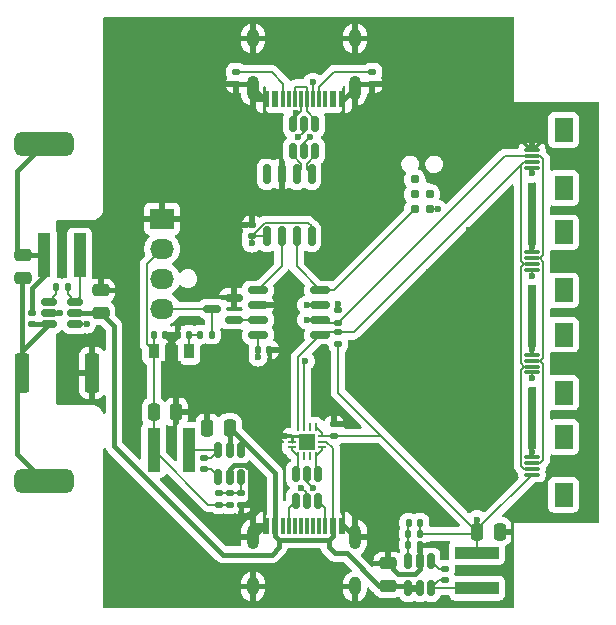
<source format=gtl>
G04 #@! TF.GenerationSoftware,KiCad,Pcbnew,7.0.10*
G04 #@! TF.CreationDate,2024-01-03T21:58:01+01:00*
G04 #@! TF.ProjectId,fosmometer,666f736d-6f6d-4657-9465-722e6b696361,rev?*
G04 #@! TF.SameCoordinates,Original*
G04 #@! TF.FileFunction,Copper,L1,Top*
G04 #@! TF.FilePolarity,Positive*
%FSLAX46Y46*%
G04 Gerber Fmt 4.6, Leading zero omitted, Abs format (unit mm)*
G04 Created by KiCad (PCBNEW 7.0.10) date 2024-01-03 21:58:01*
%MOMM*%
%LPD*%
G01*
G04 APERTURE LIST*
G04 Aperture macros list*
%AMRoundRect*
0 Rectangle with rounded corners*
0 $1 Rounding radius*
0 $2 $3 $4 $5 $6 $7 $8 $9 X,Y pos of 4 corners*
0 Add a 4 corners polygon primitive as box body*
4,1,4,$2,$3,$4,$5,$6,$7,$8,$9,$2,$3,0*
0 Add four circle primitives for the rounded corners*
1,1,$1+$1,$2,$3*
1,1,$1+$1,$4,$5*
1,1,$1+$1,$6,$7*
1,1,$1+$1,$8,$9*
0 Add four rect primitives between the rounded corners*
20,1,$1+$1,$2,$3,$4,$5,0*
20,1,$1+$1,$4,$5,$6,$7,0*
20,1,$1+$1,$6,$7,$8,$9,0*
20,1,$1+$1,$8,$9,$2,$3,0*%
%AMFreePoly0*
4,1,9,3.862500,-0.866500,0.737500,-0.866500,0.737500,-0.450000,-0.737500,-0.450000,-0.737500,0.450000,0.737500,0.450000,0.737500,0.866500,3.862500,0.866500,3.862500,-0.866500,3.862500,-0.866500,$1*%
G04 Aperture macros list end*
G04 #@! TA.AperFunction,SMDPad,CuDef*
%ADD10RoundRect,0.150000X0.587500X0.150000X-0.587500X0.150000X-0.587500X-0.150000X0.587500X-0.150000X0*%
G04 #@! TD*
G04 #@! TA.AperFunction,SMDPad,CuDef*
%ADD11RoundRect,0.075000X0.575000X-0.075000X0.575000X0.075000X-0.575000X0.075000X-0.575000X-0.075000X0*%
G04 #@! TD*
G04 #@! TA.AperFunction,SMDPad,CuDef*
%ADD12R,1.600000X2.000000*%
G04 #@! TD*
G04 #@! TA.AperFunction,SMDPad,CuDef*
%ADD13RoundRect,0.062500X0.275000X0.062500X-0.275000X0.062500X-0.275000X-0.062500X0.275000X-0.062500X0*%
G04 #@! TD*
G04 #@! TA.AperFunction,SMDPad,CuDef*
%ADD14RoundRect,0.062500X0.062500X0.275000X-0.062500X0.275000X-0.062500X-0.275000X0.062500X-0.275000X0*%
G04 #@! TD*
G04 #@! TA.AperFunction,SMDPad,CuDef*
%ADD15R,1.450000X1.450000*%
G04 #@! TD*
G04 #@! TA.AperFunction,SMDPad,CuDef*
%ADD16RoundRect,0.140000X0.170000X-0.140000X0.170000X0.140000X-0.170000X0.140000X-0.170000X-0.140000X0*%
G04 #@! TD*
G04 #@! TA.AperFunction,SMDPad,CuDef*
%ADD17RoundRect,0.135000X-0.135000X-0.185000X0.135000X-0.185000X0.135000X0.185000X-0.135000X0.185000X0*%
G04 #@! TD*
G04 #@! TA.AperFunction,SMDPad,CuDef*
%ADD18RoundRect,0.250000X-0.250000X-0.475000X0.250000X-0.475000X0.250000X0.475000X-0.250000X0.475000X0*%
G04 #@! TD*
G04 #@! TA.AperFunction,SMDPad,CuDef*
%ADD19R,0.600000X1.450000*%
G04 #@! TD*
G04 #@! TA.AperFunction,SMDPad,CuDef*
%ADD20R,0.300000X1.450000*%
G04 #@! TD*
G04 #@! TA.AperFunction,ComponentPad*
%ADD21O,1.000000X2.100000*%
G04 #@! TD*
G04 #@! TA.AperFunction,ComponentPad*
%ADD22O,1.000000X1.600000*%
G04 #@! TD*
G04 #@! TA.AperFunction,SMDPad,CuDef*
%ADD23RoundRect,0.135000X-0.185000X0.135000X-0.185000X-0.135000X0.185000X-0.135000X0.185000X0.135000X0*%
G04 #@! TD*
G04 #@! TA.AperFunction,SMDPad,CuDef*
%ADD24RoundRect,0.250000X0.250000X0.475000X-0.250000X0.475000X-0.250000X-0.475000X0.250000X-0.475000X0*%
G04 #@! TD*
G04 #@! TA.AperFunction,SMDPad,CuDef*
%ADD25R,3.700000X1.100000*%
G04 #@! TD*
G04 #@! TA.AperFunction,SMDPad,CuDef*
%ADD26RoundRect,0.150000X0.150000X-0.512500X0.150000X0.512500X-0.150000X0.512500X-0.150000X-0.512500X0*%
G04 #@! TD*
G04 #@! TA.AperFunction,SMDPad,CuDef*
%ADD27RoundRect,0.140000X-0.140000X-0.170000X0.140000X-0.170000X0.140000X0.170000X-0.140000X0.170000X0*%
G04 #@! TD*
G04 #@! TA.AperFunction,SMDPad,CuDef*
%ADD28R,0.900000X1.300000*%
G04 #@! TD*
G04 #@! TA.AperFunction,SMDPad,CuDef*
%ADD29FreePoly0,270.000000*%
G04 #@! TD*
G04 #@! TA.AperFunction,SMDPad,CuDef*
%ADD30RoundRect,0.250000X0.475000X-0.250000X0.475000X0.250000X-0.475000X0.250000X-0.475000X-0.250000X0*%
G04 #@! TD*
G04 #@! TA.AperFunction,ComponentPad*
%ADD31O,2.030000X1.730000*%
G04 #@! TD*
G04 #@! TA.AperFunction,ComponentPad*
%ADD32R,2.030000X1.730000*%
G04 #@! TD*
G04 #@! TA.AperFunction,SMDPad,CuDef*
%ADD33RoundRect,0.140000X0.140000X0.170000X-0.140000X0.170000X-0.140000X-0.170000X0.140000X-0.170000X0*%
G04 #@! TD*
G04 #@! TA.AperFunction,SMDPad,CuDef*
%ADD34R,1.100000X3.700000*%
G04 #@! TD*
G04 #@! TA.AperFunction,SMDPad,CuDef*
%ADD35RoundRect,0.150000X-0.150000X0.675000X-0.150000X-0.675000X0.150000X-0.675000X0.150000X0.675000X0*%
G04 #@! TD*
G04 #@! TA.AperFunction,SMDPad,CuDef*
%ADD36RoundRect,0.150000X-0.512500X-0.150000X0.512500X-0.150000X0.512500X0.150000X-0.512500X0.150000X0*%
G04 #@! TD*
G04 #@! TA.AperFunction,SMDPad,CuDef*
%ADD37RoundRect,0.250000X-0.475000X0.250000X-0.475000X-0.250000X0.475000X-0.250000X0.475000X0.250000X0*%
G04 #@! TD*
G04 #@! TA.AperFunction,SMDPad,CuDef*
%ADD38RoundRect,0.150000X-0.675000X-0.150000X0.675000X-0.150000X0.675000X0.150000X-0.675000X0.150000X0*%
G04 #@! TD*
G04 #@! TA.AperFunction,SMDPad,CuDef*
%ADD39RoundRect,0.140000X-0.170000X0.140000X-0.170000X-0.140000X0.170000X-0.140000X0.170000X0.140000X0*%
G04 #@! TD*
G04 #@! TA.AperFunction,SMDPad,CuDef*
%ADD40RoundRect,0.135000X0.185000X-0.135000X0.185000X0.135000X-0.185000X0.135000X-0.185000X-0.135000X0*%
G04 #@! TD*
G04 #@! TA.AperFunction,ConnectorPad*
%ADD41C,0.787400*%
G04 #@! TD*
G04 #@! TA.AperFunction,SMDPad,CuDef*
%ADD42RoundRect,0.150000X-0.150000X0.512500X-0.150000X-0.512500X0.150000X-0.512500X0.150000X0.512500X0*%
G04 #@! TD*
G04 #@! TA.AperFunction,SMDPad,CuDef*
%ADD43RoundRect,0.250000X-0.362500X-1.425000X0.362500X-1.425000X0.362500X1.425000X-0.362500X1.425000X0*%
G04 #@! TD*
G04 #@! TA.AperFunction,SMDPad,CuDef*
%ADD44RoundRect,0.135000X0.135000X0.185000X-0.135000X0.185000X-0.135000X-0.185000X0.135000X-0.185000X0*%
G04 #@! TD*
G04 #@! TA.AperFunction,SMDPad,CuDef*
%ADD45RoundRect,0.500000X2.000000X-0.500000X2.000000X0.500000X-2.000000X0.500000X-2.000000X-0.500000X0*%
G04 #@! TD*
G04 #@! TA.AperFunction,ViaPad*
%ADD46C,0.600000*%
G04 #@! TD*
G04 #@! TA.AperFunction,Conductor*
%ADD47C,0.200000*%
G04 #@! TD*
G04 #@! TA.AperFunction,Conductor*
%ADD48C,0.300000*%
G04 #@! TD*
G04 #@! TA.AperFunction,Conductor*
%ADD49C,0.400000*%
G04 #@! TD*
G04 #@! TA.AperFunction,Conductor*
%ADD50C,0.250000*%
G04 #@! TD*
G04 #@! TA.AperFunction,Conductor*
%ADD51C,0.600000*%
G04 #@! TD*
G04 APERTURE END LIST*
D10*
X119047500Y-150635000D03*
X119047500Y-148735000D03*
X117172500Y-149685000D03*
D11*
X144300000Y-146420000D03*
X144300000Y-145920000D03*
X144300000Y-145420000D03*
X144300000Y-144920000D03*
D12*
X146980000Y-148120000D03*
X146980000Y-143220000D03*
D11*
X144300000Y-155080000D03*
X144300000Y-154580000D03*
X144300000Y-154080000D03*
X144300000Y-153580000D03*
D12*
X146980000Y-156780000D03*
X146980000Y-151880000D03*
D11*
X144300000Y-137760000D03*
X144300000Y-137260000D03*
X144300000Y-136760000D03*
X144300000Y-136260000D03*
D12*
X146980000Y-139460000D03*
X146980000Y-134560000D03*
D11*
X144300000Y-163740000D03*
X144300000Y-163240000D03*
X144300000Y-162740000D03*
X144300000Y-162240000D03*
D12*
X146980000Y-165440000D03*
X146980000Y-160540000D03*
D13*
X126512500Y-161430000D03*
X126512500Y-160930000D03*
X126512500Y-160430000D03*
D14*
X126000000Y-159667500D03*
X125500000Y-159667500D03*
X125000000Y-159667500D03*
X124500000Y-159667500D03*
D13*
X123987500Y-160430000D03*
X123987500Y-160930000D03*
X123987500Y-161430000D03*
D14*
X124500000Y-162192500D03*
X125000000Y-162192500D03*
X125500000Y-162192500D03*
X126000000Y-162192500D03*
D15*
X125250000Y-160930000D03*
D16*
X116530000Y-162322500D03*
X116530000Y-163282500D03*
D17*
X116152500Y-151885000D03*
X117172500Y-151885000D03*
D18*
X141550000Y-168557500D03*
X139650000Y-168557500D03*
D19*
X121750000Y-168105000D03*
X122550000Y-168105000D03*
D20*
X123750000Y-168105000D03*
X124750000Y-168105000D03*
X125250000Y-168105000D03*
X126250000Y-168105000D03*
D19*
X127450000Y-168105000D03*
X128250000Y-168105000D03*
X128250000Y-168105000D03*
X127450000Y-168105000D03*
D20*
X126750000Y-168105000D03*
X125750000Y-168105000D03*
X124250000Y-168105000D03*
X123250000Y-168105000D03*
D19*
X122550000Y-168105000D03*
X121750000Y-168105000D03*
D21*
X120680000Y-169020000D03*
D22*
X120680000Y-173200000D03*
D21*
X129320000Y-169020000D03*
D22*
X129320000Y-173200000D03*
D23*
X127900000Y-149830000D03*
X127900000Y-150850000D03*
D24*
X116820000Y-159772500D03*
X118720000Y-159772500D03*
D23*
X119640000Y-166292500D03*
X119640000Y-165272500D03*
D25*
X139650000Y-170337500D03*
X139650000Y-173337500D03*
D16*
X117770000Y-166262500D03*
X117770000Y-165302500D03*
D19*
X128250000Y-131895000D03*
X127450000Y-131895000D03*
D20*
X126250000Y-131895000D03*
X125250000Y-131895000D03*
X124750000Y-131895000D03*
X123750000Y-131895000D03*
D19*
X122550000Y-131895000D03*
X121750000Y-131895000D03*
X121750000Y-131895000D03*
X122550000Y-131895000D03*
D20*
X123250000Y-131895000D03*
X124250000Y-131895000D03*
X125750000Y-131895000D03*
X126750000Y-131895000D03*
D19*
X127450000Y-131895000D03*
X128250000Y-131895000D03*
D21*
X129320000Y-130980000D03*
D22*
X129320000Y-126800000D03*
D21*
X120680000Y-130980000D03*
D22*
X120680000Y-126800000D03*
D26*
X124300000Y-165967500D03*
X125250000Y-165967500D03*
X126200000Y-165967500D03*
X126200000Y-163692500D03*
X125250000Y-163692500D03*
X124300000Y-163692500D03*
D27*
X104985000Y-147877500D03*
X104025000Y-147877500D03*
D28*
X112270000Y-153255000D03*
D29*
X113770000Y-153342500D03*
D28*
X115270000Y-153255000D03*
D30*
X107785000Y-150037500D03*
X107785000Y-148137500D03*
D23*
X119210000Y-129630000D03*
X119210000Y-130650000D03*
D31*
X112990000Y-149685000D03*
X112990000Y-147145000D03*
X112990000Y-144605000D03*
D32*
X112990000Y-142065000D03*
D33*
X114310000Y-151895000D03*
X115270000Y-151895000D03*
D34*
X103005000Y-145167500D03*
X106005000Y-145167500D03*
D35*
X125635000Y-138295000D03*
X124365000Y-138295000D03*
X123095000Y-138295000D03*
X121825000Y-138295000D03*
X121825000Y-143545000D03*
X123095000Y-143545000D03*
X124365000Y-143545000D03*
X125635000Y-143545000D03*
D36*
X105642500Y-149087500D03*
X105642500Y-150037500D03*
X105642500Y-150987500D03*
X103367500Y-150987500D03*
X103367500Y-150037500D03*
X103367500Y-149087500D03*
D37*
X101225000Y-145167500D03*
X101225000Y-147067500D03*
D38*
X121105000Y-148095000D03*
X121105000Y-149365000D03*
X121105000Y-150635000D03*
X121105000Y-151905000D03*
X126355000Y-151905000D03*
X126355000Y-150635000D03*
X126355000Y-149365000D03*
X126355000Y-148095000D03*
D39*
X136940000Y-171720000D03*
X136940000Y-172680000D03*
D40*
X118700000Y-165272500D03*
X118700000Y-166292500D03*
D16*
X127560000Y-160430000D03*
X127560000Y-159470000D03*
D18*
X114170000Y-158435000D03*
X112270000Y-158435000D03*
D41*
X135635000Y-141270000D03*
X134365000Y-141270000D03*
X135635000Y-140000000D03*
X134365000Y-140000000D03*
X135635000Y-138730000D03*
X134365000Y-138730000D03*
D42*
X135730000Y-173337500D03*
X134780000Y-173337500D03*
X133830000Y-173337500D03*
X133830000Y-171062500D03*
X134780000Y-171062500D03*
X135730000Y-171062500D03*
D43*
X107037500Y-155125000D03*
X101112500Y-155125000D03*
D27*
X112270000Y-151895000D03*
X113230000Y-151895000D03*
D39*
X101995000Y-150027500D03*
X101995000Y-150987500D03*
D16*
X120570000Y-143545000D03*
X120570000Y-142585000D03*
D33*
X133860000Y-167810000D03*
X134820000Y-167810000D03*
D44*
X134850000Y-168740000D03*
X133830000Y-168740000D03*
D23*
X130790000Y-129630000D03*
X130790000Y-130650000D03*
D45*
X103000000Y-164300000D03*
X103000000Y-135700000D03*
D27*
X121105000Y-153160000D03*
X122065000Y-153160000D03*
D30*
X132100000Y-171250000D03*
X132100000Y-173150000D03*
D42*
X125950000Y-134032500D03*
X125000000Y-134032500D03*
X124050000Y-134032500D03*
X124050000Y-136307500D03*
X125000000Y-136307500D03*
X125950000Y-136307500D03*
D34*
X112270000Y-161665000D03*
X115270000Y-161665000D03*
D26*
X117740000Y-161665000D03*
X118690000Y-161665000D03*
X119640000Y-161665000D03*
X119640000Y-163940000D03*
X118690000Y-163940000D03*
X117740000Y-163940000D03*
D40*
X127900000Y-152710000D03*
X127900000Y-151690000D03*
D17*
X134850000Y-169680000D03*
X133830000Y-169680000D03*
D46*
X144300000Y-135810000D03*
X109900000Y-151900000D03*
X113770000Y-152305000D03*
X119047500Y-148135000D03*
X128170000Y-159470000D03*
X123350000Y-160430000D03*
X116820000Y-158747500D03*
X114970000Y-158435000D03*
X136328700Y-138730000D03*
X139000000Y-143000000D03*
X133800000Y-164000000D03*
X135600000Y-158200000D03*
X135600000Y-146600000D03*
X142350000Y-168557500D03*
X104330000Y-150037500D03*
X107037500Y-157100000D03*
X125100000Y-154100000D03*
X125230000Y-150635000D03*
X120570000Y-144125000D03*
X121105000Y-153770000D03*
X139650000Y-167532500D03*
X136328700Y-141270000D03*
X144300000Y-155530000D03*
X144300000Y-146870000D03*
X144300000Y-138210000D03*
X127900000Y-149260000D03*
X144300000Y-161790000D03*
X144300000Y-153130000D03*
X144300000Y-144470000D03*
X124525000Y-135170000D03*
X125475000Y-135170000D03*
X125230000Y-149365000D03*
X106605000Y-150987500D03*
X124775000Y-164830000D03*
X125725000Y-164830000D03*
X125750000Y-130500000D03*
X124335695Y-133119977D03*
D47*
X112270000Y-161665000D02*
X116867500Y-166262500D01*
X116867500Y-166262500D02*
X117770000Y-166262500D01*
D48*
X144300000Y-135810000D02*
X144300000Y-136260000D01*
D49*
X101112500Y-153242500D02*
X101112500Y-147180000D01*
X100700000Y-155537500D02*
X100700000Y-162000000D01*
X101112500Y-155125000D02*
X101112500Y-153242500D01*
X101112500Y-153242500D02*
X103367500Y-150987500D01*
X101112500Y-147180000D02*
X101225000Y-147067500D01*
X101112500Y-155125000D02*
X100700000Y-155537500D01*
X113802500Y-152402500D02*
X114310000Y-151895000D01*
X119047500Y-148135000D02*
X119047500Y-148735000D01*
X128170000Y-159470000D02*
X127560000Y-159470000D01*
D50*
X123987500Y-160430000D02*
X123350000Y-160430000D01*
D49*
X116820000Y-158747500D02*
X116820000Y-159772500D01*
X114970000Y-158435000D02*
X114170000Y-158435000D01*
X136328700Y-138730000D02*
X135635000Y-138730000D01*
X128250000Y-168105000D02*
X128405000Y-168105000D01*
X128405000Y-168105000D02*
X129320000Y-169020000D01*
X121750000Y-168105000D02*
X121595000Y-168105000D01*
X121595000Y-168105000D02*
X120680000Y-169020000D01*
X121750000Y-131895000D02*
X121595000Y-131895000D01*
X121595000Y-131895000D02*
X120680000Y-130980000D01*
X128250000Y-131895000D02*
X128405000Y-131895000D01*
X128405000Y-131895000D02*
X129320000Y-130980000D01*
X130790000Y-130650000D02*
X129650000Y-130650000D01*
X129650000Y-130650000D02*
X129320000Y-130980000D01*
X119210000Y-130650000D02*
X120350000Y-130650000D01*
X120350000Y-130650000D02*
X120680000Y-130980000D01*
X142350000Y-168557500D02*
X141550000Y-168557500D01*
X104330000Y-150037500D02*
X103367500Y-150037500D01*
X107037500Y-157100000D02*
X107037500Y-155125000D01*
D47*
X125000000Y-159667500D02*
X125000000Y-154200000D01*
X125000000Y-154200000D02*
X125100000Y-154100000D01*
X126355000Y-150635000D02*
X125230000Y-150635000D01*
X124500000Y-159667500D02*
X124500000Y-153760000D01*
X124500000Y-153760000D02*
X126355000Y-151905000D01*
X120570000Y-143545000D02*
X120570000Y-144125000D01*
X121105000Y-153160000D02*
X121105000Y-153770000D01*
X139650000Y-167532500D02*
X139650000Y-168557500D01*
X139920000Y-168120000D02*
X139650000Y-168390000D01*
X136328700Y-141270000D02*
X135635000Y-141270000D01*
X144300000Y-155530000D02*
X144300000Y-155080000D01*
X144300000Y-146870000D02*
X144300000Y-146420000D01*
X144300000Y-138210000D02*
X144300000Y-137760000D01*
X127900000Y-149830000D02*
X127900000Y-149260000D01*
D48*
X144300000Y-161790000D02*
X144300000Y-162240000D01*
X144300000Y-153130000D02*
X144300000Y-153580000D01*
X144300000Y-144470000D02*
X144300000Y-144920000D01*
D47*
X144300000Y-154580000D02*
X143617590Y-154580000D01*
X143617590Y-154580000D02*
X143350000Y-154847590D01*
X143350000Y-154847590D02*
X143350000Y-162972410D01*
X143350000Y-162972410D02*
X143617590Y-163240000D01*
X143617590Y-163240000D02*
X144300000Y-163240000D01*
X144300000Y-145920000D02*
X143617590Y-145920000D01*
X143617590Y-145920000D02*
X143350000Y-146187590D01*
X143350000Y-146187590D02*
X143350000Y-154312410D01*
X143350000Y-154312410D02*
X143617590Y-154580000D01*
X144300000Y-137260000D02*
X143617590Y-137260000D01*
X143617590Y-137260000D02*
X143350000Y-137527590D01*
X143350000Y-137527590D02*
X143350000Y-145652410D01*
X143350000Y-145652410D02*
X143617590Y-145920000D01*
X144300000Y-154080000D02*
X144982410Y-154080000D01*
X145250000Y-162472410D02*
X144982410Y-162740000D01*
X144982410Y-154080000D02*
X145250000Y-154347590D01*
X145250000Y-154347590D02*
X145250000Y-162472410D01*
X144982410Y-162740000D02*
X144300000Y-162740000D01*
X144300000Y-145420000D02*
X144982410Y-145420000D01*
X144982410Y-145420000D02*
X145250000Y-145687590D01*
X145250000Y-145687590D02*
X145250000Y-153812410D01*
X145250000Y-153812410D02*
X144982410Y-154080000D01*
X144300000Y-136760000D02*
X144982410Y-136760000D01*
X144982410Y-136760000D02*
X145250000Y-137027590D01*
X145250000Y-137027590D02*
X145250000Y-145152410D01*
X145250000Y-145152410D02*
X144982410Y-145420000D01*
X143617590Y-137260000D02*
X129187590Y-151690000D01*
X129187590Y-151690000D02*
X127900000Y-151690000D01*
X127900000Y-150850000D02*
X141990000Y-136760000D01*
X141990000Y-136760000D02*
X144300000Y-136760000D01*
X126355000Y-148095000D02*
X127540000Y-148095000D01*
X127540000Y-148095000D02*
X134365000Y-141270000D01*
X125635000Y-143545000D02*
X125635000Y-142720001D01*
X125635000Y-142720001D02*
X125334999Y-142420000D01*
X125334999Y-142420000D02*
X121695000Y-142420000D01*
X121695000Y-142420000D02*
X120570000Y-143545000D01*
X120570000Y-143545000D02*
X121825000Y-143545000D01*
X125475000Y-135170000D02*
X125000000Y-135645000D01*
X125000000Y-135645000D02*
X125000000Y-136307500D01*
X124525000Y-135170000D02*
X125000000Y-134695000D01*
X125000000Y-134695000D02*
X125000000Y-134032500D01*
X126355000Y-149365000D02*
X125230000Y-149365000D01*
X105642500Y-150987500D02*
X106605000Y-150987500D01*
X124775000Y-164830000D02*
X125250000Y-165305000D01*
X125250000Y-165305000D02*
X125250000Y-165967500D01*
X125250000Y-163692500D02*
X125250000Y-164355000D01*
X125250000Y-164355000D02*
X125725000Y-164830000D01*
X144300000Y-163740000D02*
X139920000Y-168120000D01*
X139650000Y-168390000D02*
X139650000Y-168557500D01*
X127900000Y-152710000D02*
X127900000Y-156807500D01*
X127900000Y-156807500D02*
X131522500Y-160430000D01*
X139650000Y-168557500D02*
X131522500Y-160430000D01*
X131522500Y-160430000D02*
X127560000Y-160430000D01*
X126250000Y-131895000D02*
X126250000Y-130920000D01*
X126250000Y-130920000D02*
X127540000Y-129630000D01*
X127540000Y-129630000D02*
X130790000Y-129630000D01*
X123250000Y-131895000D02*
X123250000Y-130635406D01*
X123250000Y-130635406D02*
X122244594Y-129630000D01*
X122244594Y-129630000D02*
X119210000Y-129630000D01*
X125750000Y-130500000D02*
X125750000Y-131895000D01*
X124050000Y-134032500D02*
X124050000Y-133670000D01*
X124050000Y-133670000D02*
X124775000Y-132945000D01*
X125250000Y-131895000D02*
X125250000Y-130920000D01*
X125200000Y-130870000D02*
X124300000Y-130870000D01*
X125250000Y-130920000D02*
X125200000Y-130870000D01*
X124300000Y-130870000D02*
X124250000Y-130920000D01*
X124250000Y-130920000D02*
X124250000Y-131895000D01*
X125950000Y-134032500D02*
X125950000Y-133670000D01*
X124750000Y-132470000D02*
X124750000Y-131895000D01*
X125950000Y-133670000D02*
X125225000Y-132945000D01*
X125225000Y-132945000D02*
X125225000Y-132495000D01*
X125225000Y-132495000D02*
X125250000Y-132470000D01*
X124775000Y-132495000D02*
X124750000Y-132470000D01*
X125250000Y-132470000D02*
X125250000Y-131895000D01*
X124775000Y-132945000D02*
X124775000Y-132495000D01*
X125225000Y-137395000D02*
X125950000Y-136670000D01*
X125635000Y-138295000D02*
X125225000Y-137885000D01*
X125225000Y-137885000D02*
X125225000Y-137395000D01*
X125950000Y-136670000D02*
X125950000Y-136307500D01*
X124365000Y-138295000D02*
X124775000Y-137885000D01*
X124775000Y-137885000D02*
X124775000Y-137395000D01*
X124775000Y-137395000D02*
X124050000Y-136670000D01*
X124050000Y-136670000D02*
X124050000Y-136307500D01*
X126355000Y-148095000D02*
X124365000Y-146105000D01*
X124365000Y-146105000D02*
X124365000Y-143545000D01*
X121105000Y-148095000D02*
X123095000Y-146105000D01*
X123095000Y-146105000D02*
X123095000Y-143545000D01*
D50*
X123987500Y-160430000D02*
X124750000Y-160430000D01*
X124750000Y-160430000D02*
X125250000Y-160930000D01*
X123987500Y-160430000D02*
X123987500Y-160930000D01*
D47*
X126000000Y-159667500D02*
X126512500Y-160180000D01*
X126512500Y-160180000D02*
X126512500Y-160430000D01*
D49*
X100700000Y-162000000D02*
X103000000Y-164300000D01*
X103367500Y-150987500D02*
X101995000Y-150987500D01*
X101995000Y-150027500D02*
X101995000Y-147948666D01*
X101995000Y-147948666D02*
X103005000Y-146938666D01*
X103005000Y-146938666D02*
X103005000Y-145167500D01*
X101225000Y-145167500D02*
X100700000Y-144642500D01*
X100700000Y-144642500D02*
X100700000Y-138000000D01*
X100700000Y-138000000D02*
X103000000Y-135700000D01*
X101225000Y-145167500D02*
X103005000Y-145167500D01*
D47*
X106005000Y-145167500D02*
X106005000Y-148725000D01*
X106005000Y-148725000D02*
X105642500Y-149087500D01*
X104025000Y-147877500D02*
X104025000Y-148430000D01*
X104025000Y-148430000D02*
X103367500Y-149087500D01*
X104985000Y-147877500D02*
X104985000Y-148430000D01*
X104985000Y-148430000D02*
X105642500Y-149087500D01*
D49*
X105642500Y-150037500D02*
X107785000Y-150037500D01*
X122886016Y-169230000D02*
X122886016Y-169870000D01*
X122886016Y-169870000D02*
X122256016Y-170500000D01*
X108900000Y-151152500D02*
X107785000Y-150037500D01*
X122256016Y-170500000D02*
X118100000Y-170500000D01*
X118100000Y-170500000D02*
X108900000Y-161300000D01*
X108900000Y-161300000D02*
X108900000Y-151152500D01*
X122550000Y-168893984D02*
X122550000Y-168105000D01*
D47*
X127900000Y-150850000D02*
X126570000Y-150850000D01*
X126570000Y-150850000D02*
X126355000Y-150635000D01*
X127900000Y-151690000D02*
X126570000Y-151690000D01*
X126570000Y-151690000D02*
X126355000Y-151905000D01*
X121105000Y-153160000D02*
X121105000Y-151905000D01*
X119047500Y-150635000D02*
X121105000Y-150635000D01*
X112990000Y-149685000D02*
X117172500Y-149685000D01*
X117172500Y-151885000D02*
X117172500Y-149685000D01*
X115270000Y-151895000D02*
X116142500Y-151895000D01*
X116142500Y-151895000D02*
X116152500Y-151885000D01*
X115270000Y-153255000D02*
X115270000Y-151895000D01*
D49*
X113770000Y-153342500D02*
X113770000Y-152435000D01*
X113770000Y-152435000D02*
X113802500Y-152402500D01*
X113770000Y-152435000D02*
X113230000Y-151895000D01*
D47*
X112270000Y-153255000D02*
X111675000Y-152660000D01*
X111675000Y-152660000D02*
X111675000Y-145920000D01*
X111675000Y-145920000D02*
X112990000Y-144605000D01*
X112270000Y-153255000D02*
X112270000Y-151895000D01*
X112270000Y-158435000D02*
X112270000Y-153255000D01*
X112270000Y-161665000D02*
X112270000Y-158435000D01*
D49*
X118690000Y-163940000D02*
X118690000Y-163277501D01*
X118690000Y-163277501D02*
X119090001Y-162877500D01*
X119090001Y-162877500D02*
X120021974Y-162877500D01*
X120400000Y-165852499D02*
X119959999Y-166292500D01*
X120021974Y-162877500D02*
X120400000Y-163255526D01*
X120400000Y-163255526D02*
X120400000Y-165852499D01*
X119959999Y-166292500D02*
X119640000Y-166292500D01*
X134780000Y-171062500D02*
X134780000Y-169750000D01*
X134780000Y-169750000D02*
X134850000Y-169680000D01*
X132100000Y-171250000D02*
X132975000Y-172125000D01*
X132975000Y-172125000D02*
X134379999Y-172125000D01*
X134379999Y-172125000D02*
X134780000Y-171724999D01*
X134780000Y-171724999D02*
X134780000Y-171062500D01*
X122550000Y-168105000D02*
X122550000Y-163602500D01*
X122550000Y-163602500D02*
X118720000Y-159772500D01*
X118690000Y-161665000D02*
X118690000Y-159802500D01*
X118690000Y-159802500D02*
X118720000Y-159772500D01*
D47*
X117740000Y-161665000D02*
X115270000Y-161665000D01*
X116530000Y-162322500D02*
X117082500Y-162322500D01*
X117082500Y-162322500D02*
X117740000Y-161665000D01*
X116530000Y-163282500D02*
X117082500Y-163282500D01*
X117082500Y-163282500D02*
X117740000Y-163940000D01*
X119640000Y-163940000D02*
X119640000Y-165272500D01*
X118700000Y-165272500D02*
X119640000Y-165272500D01*
X118700000Y-165272500D02*
X117800000Y-165272500D01*
X117800000Y-165272500D02*
X117770000Y-165302500D01*
X118700000Y-166292500D02*
X117800000Y-166292500D01*
X117800000Y-166292500D02*
X117770000Y-166262500D01*
X134850000Y-168740000D02*
X139467500Y-168740000D01*
X139467500Y-168740000D02*
X139650000Y-168557500D01*
X139650000Y-170337500D02*
X139650000Y-168557500D01*
X134850000Y-168740000D02*
X134850000Y-167840000D01*
X134850000Y-167840000D02*
X134820000Y-167810000D01*
X133830000Y-168740000D02*
X133830000Y-167840000D01*
X133830000Y-167840000D02*
X133860000Y-167810000D01*
X133830000Y-169680000D02*
X133830000Y-168740000D01*
X133830000Y-171062500D02*
X133830000Y-169680000D01*
X136940000Y-171720000D02*
X136387500Y-171720000D01*
X136387500Y-171720000D02*
X135730000Y-171062500D01*
X135730000Y-173337500D02*
X139650000Y-173337500D01*
X136940000Y-172680000D02*
X136387500Y-172680000D01*
X136387500Y-172680000D02*
X135730000Y-173337500D01*
D51*
X133830000Y-173337500D02*
X134780000Y-173337500D01*
D49*
X132100000Y-173150000D02*
X133642500Y-173150000D01*
X133642500Y-173150000D02*
X133830000Y-173337500D01*
X132100000Y-173150000D02*
X131375000Y-173150000D01*
X131375000Y-173150000D02*
X128625000Y-170400000D01*
X127113984Y-169230000D02*
X127450000Y-168893984D01*
X128625000Y-170400000D02*
X127643984Y-170400000D01*
X127643984Y-170400000D02*
X127113984Y-169870000D01*
X127113984Y-169870000D02*
X127113984Y-169230000D01*
X127450000Y-168893984D02*
X127450000Y-168105000D01*
D47*
X126512500Y-160430000D02*
X127560000Y-160430000D01*
X127450000Y-168105000D02*
X127450000Y-161515614D01*
X127450000Y-161515614D02*
X126864386Y-160930000D01*
X126864386Y-160930000D02*
X126512500Y-160930000D01*
X124500000Y-162192500D02*
X123987500Y-161680000D01*
X123987500Y-161680000D02*
X123987500Y-161430000D01*
X126000000Y-162192500D02*
X126512500Y-161680000D01*
X126512500Y-161680000D02*
X126512500Y-161430000D01*
X126000000Y-162192500D02*
X126000000Y-163492500D01*
X126000000Y-163492500D02*
X126200000Y-163692500D01*
X124500000Y-162192500D02*
X124500000Y-163492500D01*
X124500000Y-163492500D02*
X124300000Y-163692500D01*
X126200000Y-165967500D02*
X126750000Y-166517500D01*
X126750000Y-166517500D02*
X126750000Y-168105000D01*
X124300000Y-165967500D02*
X123750000Y-166517500D01*
X123750000Y-166517500D02*
X123750000Y-168105000D01*
D49*
X127113984Y-169230000D02*
X122886016Y-169230000D01*
X122886016Y-169230000D02*
X122550000Y-168893984D01*
G04 #@! TA.AperFunction,Conductor*
G36*
X142743039Y-125020185D02*
G01*
X142788794Y-125072989D01*
X142800000Y-125124500D01*
X142800000Y-132200000D01*
X149875500Y-132200000D01*
X149942539Y-132219685D01*
X149988294Y-132272489D01*
X149999500Y-132324000D01*
X149999500Y-167676000D01*
X149979815Y-167743039D01*
X149927011Y-167788794D01*
X149875500Y-167800000D01*
X142800000Y-167800000D01*
X142800000Y-174875500D01*
X142780315Y-174942539D01*
X142727511Y-174988294D01*
X142676000Y-174999500D01*
X108124000Y-174999500D01*
X108056961Y-174979815D01*
X108011206Y-174927011D01*
X108000000Y-174875500D01*
X108000000Y-173550713D01*
X119680000Y-173550713D01*
X119695418Y-173702338D01*
X119756299Y-173896381D01*
X119756304Y-173896391D01*
X119855005Y-174074215D01*
X119855005Y-174074216D01*
X119987478Y-174228530D01*
X119987479Y-174228531D01*
X120148304Y-174353018D01*
X120330907Y-174442589D01*
X120430000Y-174468244D01*
X120430000Y-173666110D01*
X120454457Y-173705610D01*
X120543962Y-173773201D01*
X120651840Y-173803895D01*
X120763521Y-173793546D01*
X120863922Y-173743552D01*
X120930000Y-173671069D01*
X120930000Y-174473365D01*
X120931944Y-174473069D01*
X120931945Y-174473069D01*
X121122660Y-174402436D01*
X121122664Y-174402434D01*
X121295267Y-174294850D01*
X121442668Y-174154735D01*
X121442669Y-174154733D01*
X121558856Y-173987804D01*
X121639059Y-173800907D01*
X121680000Y-173601690D01*
X121680000Y-173450000D01*
X120980000Y-173450000D01*
X120980000Y-172950000D01*
X121680000Y-172950000D01*
X121680000Y-172849286D01*
X121664581Y-172697661D01*
X121603700Y-172503618D01*
X121603695Y-172503608D01*
X121504994Y-172325784D01*
X121504994Y-172325783D01*
X121372521Y-172171469D01*
X121372520Y-172171468D01*
X121211695Y-172046981D01*
X121029093Y-171957411D01*
X120930000Y-171931753D01*
X120930000Y-172733889D01*
X120905543Y-172694390D01*
X120816038Y-172626799D01*
X120708160Y-172596105D01*
X120596479Y-172606454D01*
X120496078Y-172656448D01*
X120430000Y-172728930D01*
X120430000Y-171926633D01*
X120428053Y-171926931D01*
X120428047Y-171926933D01*
X120237342Y-171997562D01*
X120237335Y-171997565D01*
X120064732Y-172105149D01*
X119917331Y-172245264D01*
X119917330Y-172245266D01*
X119801143Y-172412195D01*
X119720940Y-172599092D01*
X119680000Y-172798309D01*
X119680000Y-172950000D01*
X120380000Y-172950000D01*
X120380000Y-173450000D01*
X119680000Y-173450000D01*
X119680000Y-173550713D01*
X108000000Y-173550713D01*
X108000000Y-165942809D01*
X108000265Y-165934700D01*
X108000500Y-165931114D01*
X108000500Y-161585865D01*
X108020185Y-161518826D01*
X108072989Y-161473071D01*
X108142147Y-161463127D01*
X108205703Y-161492152D01*
X108237576Y-161534975D01*
X108250991Y-161564783D01*
X108253854Y-161571694D01*
X108275182Y-161627930D01*
X108275183Y-161627931D01*
X108280936Y-161636266D01*
X108291961Y-161655813D01*
X108296120Y-161665055D01*
X108296124Y-161665060D01*
X108333215Y-161712403D01*
X108337655Y-161718438D01*
X108371812Y-161767924D01*
X108371816Y-161767929D01*
X108416828Y-161807805D01*
X108422283Y-161812940D01*
X117587058Y-170977715D01*
X117592178Y-170983153D01*
X117632071Y-171028183D01*
X117662244Y-171049010D01*
X117681573Y-171062352D01*
X117687591Y-171066780D01*
X117730921Y-171100726D01*
X117734947Y-171103880D01*
X117734946Y-171103880D01*
X117744177Y-171108034D01*
X117763731Y-171119062D01*
X117772070Y-171124818D01*
X117828331Y-171146154D01*
X117835208Y-171149003D01*
X117856563Y-171158615D01*
X117890063Y-171173693D01*
X117890066Y-171173693D01*
X117890069Y-171173695D01*
X117900034Y-171175521D01*
X117921656Y-171181548D01*
X117921667Y-171181552D01*
X117931128Y-171185140D01*
X117988689Y-171192128D01*
X117990815Y-171192387D01*
X117998222Y-171193514D01*
X118057394Y-171204358D01*
X118117433Y-171200725D01*
X118124921Y-171200500D01*
X122231095Y-171200500D01*
X122238582Y-171200725D01*
X122298622Y-171204358D01*
X122357798Y-171193513D01*
X122365201Y-171192387D01*
X122368937Y-171191933D01*
X122424888Y-171185140D01*
X122434351Y-171181550D01*
X122455977Y-171175522D01*
X122456909Y-171175351D01*
X122465948Y-171173695D01*
X122520824Y-171148996D01*
X122527694Y-171146150D01*
X122583946Y-171124818D01*
X122592282Y-171119062D01*
X122611837Y-171108034D01*
X122621073Y-171103878D01*
X122668429Y-171066775D01*
X122674420Y-171062366D01*
X122723945Y-171028183D01*
X122763838Y-170983151D01*
X122768941Y-170977730D01*
X123363739Y-170382931D01*
X123369141Y-170377845D01*
X123414199Y-170337929D01*
X123448365Y-170288430D01*
X123452806Y-170282394D01*
X123455663Y-170278747D01*
X123489894Y-170235056D01*
X123494053Y-170225813D01*
X123505077Y-170206268D01*
X123510834Y-170197930D01*
X123529718Y-170148135D01*
X123532161Y-170141694D01*
X123535029Y-170134770D01*
X123538357Y-170127377D01*
X123559711Y-170079931D01*
X123561538Y-170069959D01*
X123567562Y-170048347D01*
X123571156Y-170038872D01*
X123571157Y-170038862D01*
X123572952Y-170031585D01*
X123574354Y-170031930D01*
X123598691Y-169975380D01*
X123656624Y-169936321D01*
X123694169Y-169930500D01*
X126305831Y-169930500D01*
X126372870Y-169950185D01*
X126418625Y-170002989D01*
X126426705Y-170031670D01*
X126427048Y-170031586D01*
X126428844Y-170038874D01*
X126432435Y-170048343D01*
X126438458Y-170069946D01*
X126440288Y-170079930D01*
X126440289Y-170079932D01*
X126464969Y-170134770D01*
X126464975Y-170134782D01*
X126467838Y-170141694D01*
X126489166Y-170197930D01*
X126489167Y-170197931D01*
X126494920Y-170206266D01*
X126505945Y-170225813D01*
X126510104Y-170235055D01*
X126510108Y-170235060D01*
X126547199Y-170282403D01*
X126551639Y-170288438D01*
X126585796Y-170337924D01*
X126585800Y-170337929D01*
X126630812Y-170377805D01*
X126636267Y-170382940D01*
X127131042Y-170877715D01*
X127136162Y-170883153D01*
X127176055Y-170928183D01*
X127176057Y-170928185D01*
X127225547Y-170962345D01*
X127231553Y-170966763D01*
X127278927Y-171003878D01*
X127288164Y-171008035D01*
X127307710Y-171019058D01*
X127316054Y-171024818D01*
X127372301Y-171046149D01*
X127379207Y-171049010D01*
X127434052Y-171073694D01*
X127444014Y-171075519D01*
X127465635Y-171081546D01*
X127475109Y-171085139D01*
X127475112Y-171085140D01*
X127519218Y-171090495D01*
X127534814Y-171092389D01*
X127542219Y-171093516D01*
X127563384Y-171097394D01*
X127601378Y-171104357D01*
X127661407Y-171100726D01*
X127668894Y-171100500D01*
X128283481Y-171100500D01*
X128350520Y-171120185D01*
X128371162Y-171136819D01*
X128999299Y-171764956D01*
X129032784Y-171826279D01*
X129027800Y-171895971D01*
X128985928Y-171951904D01*
X128954684Y-171968918D01*
X128877339Y-171997563D01*
X128877335Y-171997565D01*
X128704732Y-172105149D01*
X128557331Y-172245264D01*
X128557330Y-172245266D01*
X128441143Y-172412195D01*
X128360940Y-172599092D01*
X128320000Y-172798309D01*
X128320000Y-172950000D01*
X129020000Y-172950000D01*
X129020000Y-173450000D01*
X128320000Y-173450000D01*
X128320000Y-173550713D01*
X128335418Y-173702338D01*
X128396299Y-173896381D01*
X128396304Y-173896391D01*
X128495005Y-174074215D01*
X128495005Y-174074216D01*
X128627478Y-174228530D01*
X128627479Y-174228531D01*
X128788304Y-174353018D01*
X128970907Y-174442589D01*
X129070000Y-174468244D01*
X129070000Y-173666110D01*
X129094457Y-173705610D01*
X129183962Y-173773201D01*
X129291840Y-173803895D01*
X129403521Y-173793546D01*
X129503922Y-173743552D01*
X129570000Y-173671069D01*
X129570000Y-174473366D01*
X129571944Y-174473069D01*
X129571945Y-174473069D01*
X129762660Y-174402436D01*
X129762664Y-174402434D01*
X129935267Y-174294850D01*
X130082668Y-174154735D01*
X130082669Y-174154733D01*
X130198856Y-173987804D01*
X130279059Y-173800907D01*
X130320000Y-173601690D01*
X130320000Y-173385019D01*
X130339685Y-173317980D01*
X130392489Y-173272225D01*
X130461647Y-173262281D01*
X130525203Y-173291306D01*
X130531681Y-173297338D01*
X130862058Y-173627715D01*
X130867178Y-173633153D01*
X130907071Y-173678183D01*
X130907074Y-173678186D01*
X130911524Y-173682128D01*
X130935235Y-173713902D01*
X130936395Y-173713187D01*
X130940185Y-173719332D01*
X130940186Y-173719334D01*
X131032288Y-173868656D01*
X131156344Y-173992712D01*
X131305666Y-174084814D01*
X131472203Y-174139999D01*
X131574991Y-174150500D01*
X132625008Y-174150499D01*
X132625016Y-174150498D01*
X132625019Y-174150498D01*
X132681302Y-174144748D01*
X132727797Y-174139999D01*
X132894334Y-174084814D01*
X132910490Y-174074848D01*
X132977878Y-174056408D01*
X133044542Y-174077328D01*
X133082317Y-174117265D01*
X133095762Y-174139999D01*
X133161917Y-174251862D01*
X133161923Y-174251870D01*
X133278129Y-174368076D01*
X133278133Y-174368079D01*
X133278135Y-174368081D01*
X133419602Y-174451744D01*
X133461224Y-174463836D01*
X133577426Y-174497597D01*
X133577429Y-174497597D01*
X133577431Y-174497598D01*
X133614306Y-174500500D01*
X133614314Y-174500500D01*
X134045686Y-174500500D01*
X134045694Y-174500500D01*
X134082569Y-174497598D01*
X134082571Y-174497597D01*
X134082573Y-174497597D01*
X134165975Y-174473366D01*
X134240398Y-174451744D01*
X134241874Y-174450870D01*
X134243183Y-174450538D01*
X134247557Y-174448646D01*
X134247862Y-174449351D01*
X134309597Y-174433685D01*
X134362229Y-174449139D01*
X134362443Y-174448646D01*
X134366441Y-174450376D01*
X134368125Y-174450870D01*
X134369602Y-174451744D01*
X134411224Y-174463836D01*
X134527426Y-174497597D01*
X134527429Y-174497597D01*
X134527431Y-174497598D01*
X134564306Y-174500500D01*
X134564314Y-174500500D01*
X134995686Y-174500500D01*
X134995694Y-174500500D01*
X135032569Y-174497598D01*
X135032571Y-174497597D01*
X135032573Y-174497597D01*
X135115975Y-174473366D01*
X135190398Y-174451744D01*
X135191874Y-174450870D01*
X135193183Y-174450538D01*
X135197557Y-174448646D01*
X135197862Y-174449351D01*
X135259597Y-174433685D01*
X135312229Y-174449139D01*
X135312443Y-174448646D01*
X135316441Y-174450376D01*
X135318125Y-174450870D01*
X135319602Y-174451744D01*
X135361224Y-174463836D01*
X135477426Y-174497597D01*
X135477429Y-174497597D01*
X135477431Y-174497598D01*
X135514306Y-174500500D01*
X135514314Y-174500500D01*
X135945686Y-174500500D01*
X135945694Y-174500500D01*
X135982569Y-174497598D01*
X135982571Y-174497597D01*
X135982573Y-174497597D01*
X136065975Y-174473366D01*
X136140398Y-174451744D01*
X136281865Y-174368081D01*
X136398081Y-174251865D01*
X136481744Y-174110398D01*
X136481745Y-174110395D01*
X136505857Y-174027404D01*
X136543464Y-173968519D01*
X136606936Y-173939313D01*
X136624933Y-173938000D01*
X137198560Y-173938000D01*
X137265599Y-173957685D01*
X137311354Y-174010489D01*
X137314742Y-174018667D01*
X137356202Y-174129828D01*
X137356206Y-174129835D01*
X137442452Y-174245044D01*
X137442455Y-174245047D01*
X137557664Y-174331293D01*
X137557671Y-174331297D01*
X137692517Y-174381591D01*
X137692516Y-174381591D01*
X137699444Y-174382335D01*
X137752127Y-174388000D01*
X141547872Y-174387999D01*
X141607483Y-174381591D01*
X141742331Y-174331296D01*
X141857546Y-174245046D01*
X141943796Y-174129831D01*
X141994091Y-173994983D01*
X142000500Y-173935373D01*
X142000499Y-172739628D01*
X141994091Y-172680017D01*
X141985300Y-172656448D01*
X141943797Y-172545171D01*
X141943793Y-172545164D01*
X141857547Y-172429955D01*
X141857544Y-172429952D01*
X141742335Y-172343706D01*
X141742328Y-172343702D01*
X141607482Y-172293408D01*
X141607483Y-172293408D01*
X141547883Y-172287001D01*
X141547881Y-172287000D01*
X141547873Y-172287000D01*
X141547865Y-172287000D01*
X137817438Y-172287000D01*
X137750399Y-172267315D01*
X137704644Y-172214511D01*
X137694700Y-172145353D01*
X137700738Y-172124009D01*
X137700318Y-172123887D01*
X137747642Y-171960997D01*
X137747643Y-171960991D01*
X137750323Y-171926933D01*
X137750500Y-171924690D01*
X137750500Y-171515310D01*
X137750500Y-171512875D01*
X137751585Y-171512875D01*
X137767556Y-171449178D01*
X137818492Y-171401351D01*
X137874460Y-171387999D01*
X141547872Y-171387999D01*
X141607483Y-171381591D01*
X141742331Y-171331296D01*
X141857546Y-171245046D01*
X141943796Y-171129831D01*
X141994091Y-170994983D01*
X142000500Y-170935373D01*
X142000499Y-169845705D01*
X142020184Y-169778667D01*
X142072987Y-169732912D01*
X142085499Y-169727999D01*
X142119118Y-169716859D01*
X142268345Y-169624815D01*
X142392315Y-169500845D01*
X142484356Y-169351624D01*
X142484358Y-169351619D01*
X142539505Y-169185197D01*
X142539506Y-169185190D01*
X142549999Y-169082486D01*
X142550000Y-169082473D01*
X142550000Y-168807500D01*
X141424000Y-168807500D01*
X141356961Y-168787815D01*
X141311206Y-168735011D01*
X141300000Y-168683500D01*
X141300000Y-168431500D01*
X141319685Y-168364461D01*
X141372489Y-168318706D01*
X141424000Y-168307500D01*
X142549999Y-168307500D01*
X142549999Y-168032528D01*
X142549998Y-168032513D01*
X142539505Y-167929802D01*
X142484358Y-167763380D01*
X142484356Y-167763375D01*
X142392315Y-167614154D01*
X142268345Y-167490184D01*
X142119124Y-167398143D01*
X142119119Y-167398141D01*
X141952697Y-167342994D01*
X141952690Y-167342993D01*
X141849972Y-167332499D01*
X141849635Y-167332482D01*
X141849565Y-167332457D01*
X141846838Y-167332179D01*
X141846904Y-167331526D01*
X141783685Y-167309408D01*
X141740679Y-167254342D01*
X141734271Y-167184767D01*
X141766496Y-167122772D01*
X141768157Y-167121077D01*
X142401364Y-166487870D01*
X145679500Y-166487870D01*
X145679501Y-166487876D01*
X145685908Y-166547483D01*
X145736202Y-166682328D01*
X145736206Y-166682335D01*
X145822452Y-166797544D01*
X145822455Y-166797547D01*
X145937664Y-166883793D01*
X145937671Y-166883797D01*
X146072517Y-166934091D01*
X146072516Y-166934091D01*
X146079444Y-166934835D01*
X146132127Y-166940500D01*
X147827872Y-166940499D01*
X147887483Y-166934091D01*
X148022331Y-166883796D01*
X148137546Y-166797546D01*
X148223796Y-166682331D01*
X148274091Y-166547483D01*
X148280500Y-166487873D01*
X148280499Y-164392128D01*
X148274091Y-164332517D01*
X148268564Y-164317699D01*
X148223797Y-164197671D01*
X148223793Y-164197664D01*
X148137547Y-164082455D01*
X148137544Y-164082452D01*
X148022335Y-163996206D01*
X148022328Y-163996202D01*
X147887482Y-163945908D01*
X147887483Y-163945908D01*
X147827883Y-163939501D01*
X147827881Y-163939500D01*
X147827873Y-163939500D01*
X147827864Y-163939500D01*
X146132129Y-163939500D01*
X146132123Y-163939501D01*
X146072516Y-163945908D01*
X145937671Y-163996202D01*
X145937664Y-163996206D01*
X145822455Y-164082452D01*
X145822452Y-164082455D01*
X145736206Y-164197664D01*
X145736202Y-164197671D01*
X145685908Y-164332517D01*
X145679675Y-164390499D01*
X145679501Y-164392123D01*
X145679500Y-164392135D01*
X145679500Y-166487870D01*
X142401364Y-166487870D01*
X144462416Y-164426819D01*
X144523739Y-164393334D01*
X144550097Y-164390500D01*
X144912713Y-164390500D01*
X144912720Y-164390500D01*
X145025236Y-164375687D01*
X145165233Y-164317698D01*
X145285451Y-164225451D01*
X145377698Y-164105233D01*
X145435687Y-163965236D01*
X145450500Y-163852720D01*
X145450500Y-163627280D01*
X145435687Y-163514764D01*
X145435686Y-163514763D01*
X145434626Y-163506705D01*
X145437689Y-163506301D01*
X145437689Y-163473698D01*
X145434626Y-163473295D01*
X145439848Y-163433627D01*
X145450500Y-163352720D01*
X145450500Y-163172506D01*
X145470185Y-163105467D01*
X145486813Y-163084830D01*
X145641050Y-162930593D01*
X145653223Y-162919919D01*
X145678282Y-162900692D01*
X145774536Y-162775251D01*
X145835044Y-162629172D01*
X145850500Y-162511771D01*
X145855682Y-162472410D01*
X145854825Y-162465903D01*
X145851561Y-162441107D01*
X145850500Y-162424922D01*
X145850500Y-162129877D01*
X145870185Y-162062838D01*
X145922989Y-162017083D01*
X145992147Y-162007139D01*
X146017829Y-162013693D01*
X146072517Y-162034091D01*
X146132127Y-162040500D01*
X147827872Y-162040499D01*
X147887483Y-162034091D01*
X148022331Y-161983796D01*
X148137546Y-161897546D01*
X148223796Y-161782331D01*
X148274091Y-161647483D01*
X148280500Y-161587873D01*
X148280499Y-159492128D01*
X148274091Y-159432517D01*
X148260457Y-159395963D01*
X148223797Y-159297671D01*
X148223793Y-159297664D01*
X148137547Y-159182455D01*
X148137544Y-159182452D01*
X148022335Y-159096206D01*
X148022328Y-159096202D01*
X147887482Y-159045908D01*
X147887483Y-159045908D01*
X147827883Y-159039501D01*
X147827881Y-159039500D01*
X147827873Y-159039500D01*
X147827864Y-159039500D01*
X146132129Y-159039500D01*
X146132123Y-159039501D01*
X146072515Y-159045909D01*
X146017832Y-159066304D01*
X145948140Y-159071288D01*
X145886818Y-159037802D01*
X145853333Y-158976479D01*
X145850500Y-158950122D01*
X145850500Y-158369877D01*
X145870185Y-158302838D01*
X145922989Y-158257083D01*
X145992147Y-158247139D01*
X146017829Y-158253693D01*
X146072517Y-158274091D01*
X146132127Y-158280500D01*
X147827872Y-158280499D01*
X147887483Y-158274091D01*
X148022331Y-158223796D01*
X148137546Y-158137546D01*
X148223796Y-158022331D01*
X148274091Y-157887483D01*
X148280500Y-157827873D01*
X148280499Y-155732128D01*
X148274091Y-155672517D01*
X148223796Y-155537669D01*
X148223795Y-155537668D01*
X148223793Y-155537664D01*
X148137547Y-155422455D01*
X148137544Y-155422452D01*
X148022335Y-155336206D01*
X148022328Y-155336202D01*
X147887482Y-155285908D01*
X147887483Y-155285908D01*
X147827883Y-155279501D01*
X147827881Y-155279500D01*
X147827873Y-155279500D01*
X147827864Y-155279500D01*
X146132129Y-155279500D01*
X146132123Y-155279501D01*
X146072515Y-155285909D01*
X146017832Y-155306304D01*
X145948140Y-155311288D01*
X145886818Y-155277802D01*
X145853333Y-155216479D01*
X145850500Y-155190122D01*
X145850500Y-154395077D01*
X145851561Y-154378891D01*
X145854975Y-154352957D01*
X145855682Y-154347590D01*
X145851050Y-154312410D01*
X145835044Y-154190830D01*
X145835044Y-154190828D01*
X145808791Y-154127449D01*
X145801323Y-154057985D01*
X145808788Y-154032556D01*
X145835044Y-153969172D01*
X145841189Y-153922494D01*
X145855682Y-153812410D01*
X145851561Y-153781107D01*
X145850500Y-153764922D01*
X145850500Y-153469877D01*
X145870185Y-153402838D01*
X145922989Y-153357083D01*
X145992147Y-153347139D01*
X146017829Y-153353693D01*
X146072517Y-153374091D01*
X146132127Y-153380500D01*
X147827872Y-153380499D01*
X147887483Y-153374091D01*
X148022331Y-153323796D01*
X148137546Y-153237546D01*
X148223796Y-153122331D01*
X148274091Y-152987483D01*
X148280500Y-152927873D01*
X148280499Y-150832128D01*
X148274091Y-150772517D01*
X148241289Y-150684571D01*
X148223797Y-150637671D01*
X148223793Y-150637664D01*
X148137547Y-150522455D01*
X148137544Y-150522452D01*
X148022335Y-150436206D01*
X148022328Y-150436202D01*
X147887482Y-150385908D01*
X147887483Y-150385908D01*
X147827883Y-150379501D01*
X147827881Y-150379500D01*
X147827873Y-150379500D01*
X147827864Y-150379500D01*
X146132129Y-150379500D01*
X146132123Y-150379501D01*
X146072515Y-150385909D01*
X146017832Y-150406304D01*
X145948140Y-150411288D01*
X145886818Y-150377802D01*
X145853333Y-150316479D01*
X145850500Y-150290122D01*
X145850500Y-149709877D01*
X145870185Y-149642838D01*
X145922989Y-149597083D01*
X145992147Y-149587139D01*
X146017829Y-149593693D01*
X146072517Y-149614091D01*
X146132127Y-149620500D01*
X147827872Y-149620499D01*
X147887483Y-149614091D01*
X148022331Y-149563796D01*
X148137546Y-149477546D01*
X148223796Y-149362331D01*
X148274091Y-149227483D01*
X148280500Y-149167873D01*
X148280499Y-147072128D01*
X148274091Y-147012517D01*
X148267375Y-146994511D01*
X148223797Y-146877671D01*
X148223793Y-146877664D01*
X148137547Y-146762455D01*
X148137544Y-146762452D01*
X148022335Y-146676206D01*
X148022328Y-146676202D01*
X147887482Y-146625908D01*
X147887483Y-146625908D01*
X147827883Y-146619501D01*
X147827881Y-146619500D01*
X147827873Y-146619500D01*
X147827864Y-146619500D01*
X146132129Y-146619500D01*
X146132123Y-146619501D01*
X146072515Y-146625909D01*
X146017832Y-146646304D01*
X145948140Y-146651288D01*
X145886818Y-146617802D01*
X145853333Y-146556479D01*
X145850500Y-146530122D01*
X145850500Y-145735077D01*
X145851561Y-145718891D01*
X145855682Y-145687590D01*
X145851050Y-145652410D01*
X145844799Y-145604922D01*
X145835044Y-145530828D01*
X145808791Y-145467449D01*
X145801323Y-145397985D01*
X145808788Y-145372556D01*
X145835044Y-145309172D01*
X145846240Y-145224128D01*
X145855682Y-145152410D01*
X145851561Y-145121107D01*
X145850500Y-145104922D01*
X145850500Y-144809877D01*
X145870185Y-144742838D01*
X145922989Y-144697083D01*
X145992147Y-144687139D01*
X146017829Y-144693693D01*
X146072517Y-144714091D01*
X146132127Y-144720500D01*
X147827872Y-144720499D01*
X147887483Y-144714091D01*
X148022331Y-144663796D01*
X148137546Y-144577546D01*
X148223796Y-144462331D01*
X148274091Y-144327483D01*
X148280500Y-144267873D01*
X148280499Y-142172128D01*
X148274091Y-142112517D01*
X148273236Y-142110225D01*
X148223797Y-141977671D01*
X148223793Y-141977664D01*
X148137547Y-141862455D01*
X148137544Y-141862452D01*
X148022335Y-141776206D01*
X148022328Y-141776202D01*
X147887482Y-141725908D01*
X147887483Y-141725908D01*
X147827883Y-141719501D01*
X147827881Y-141719500D01*
X147827873Y-141719500D01*
X147827864Y-141719500D01*
X146132129Y-141719500D01*
X146132123Y-141719501D01*
X146072515Y-141725909D01*
X146017832Y-141746304D01*
X145948140Y-141751288D01*
X145886818Y-141717802D01*
X145853333Y-141656479D01*
X145850500Y-141630122D01*
X145850500Y-141049877D01*
X145870185Y-140982838D01*
X145922989Y-140937083D01*
X145992147Y-140927139D01*
X146017829Y-140933693D01*
X146072517Y-140954091D01*
X146132127Y-140960500D01*
X147827872Y-140960499D01*
X147887483Y-140954091D01*
X148022331Y-140903796D01*
X148137546Y-140817546D01*
X148223796Y-140702331D01*
X148274091Y-140567483D01*
X148280500Y-140507873D01*
X148280499Y-138412128D01*
X148274091Y-138352517D01*
X148223796Y-138217669D01*
X148223795Y-138217668D01*
X148223793Y-138217664D01*
X148137547Y-138102455D01*
X148137544Y-138102452D01*
X148022335Y-138016206D01*
X148022328Y-138016202D01*
X147887482Y-137965908D01*
X147887483Y-137965908D01*
X147827883Y-137959501D01*
X147827881Y-137959500D01*
X147827873Y-137959500D01*
X147827864Y-137959500D01*
X146132129Y-137959500D01*
X146132123Y-137959501D01*
X146072515Y-137965909D01*
X146017832Y-137986304D01*
X145948140Y-137991288D01*
X145886818Y-137957802D01*
X145853333Y-137896479D01*
X145850500Y-137870122D01*
X145850500Y-137075077D01*
X145851561Y-137058891D01*
X145855682Y-137027589D01*
X145855682Y-137027588D01*
X145836883Y-136884795D01*
X145835044Y-136870828D01*
X145786821Y-136754407D01*
X145774538Y-136724753D01*
X145774535Y-136724748D01*
X145741967Y-136682304D01*
X145741964Y-136682301D01*
X145678281Y-136599307D01*
X145653228Y-136580083D01*
X145641034Y-136569389D01*
X145486319Y-136414674D01*
X145452834Y-136353351D01*
X145450000Y-136326993D01*
X145450000Y-136147316D01*
X145449999Y-136147302D01*
X145435199Y-136034895D01*
X145435198Y-136034891D01*
X145377263Y-135895021D01*
X145285094Y-135774905D01*
X145164979Y-135682737D01*
X145111531Y-135660598D01*
X144698951Y-136073181D01*
X144637628Y-136106666D01*
X144611270Y-136109500D01*
X144537730Y-136109500D01*
X144470691Y-136089815D01*
X144424936Y-136037011D01*
X144414992Y-135967853D01*
X144444017Y-135904297D01*
X144450049Y-135897819D01*
X144737868Y-135610000D01*
X143862131Y-135610000D01*
X144149951Y-135897819D01*
X144183436Y-135959142D01*
X144178452Y-136028833D01*
X144136581Y-136084767D01*
X144071116Y-136109184D01*
X144062270Y-136109500D01*
X143988730Y-136109500D01*
X143921691Y-136089815D01*
X143901049Y-136073181D01*
X143488466Y-135660598D01*
X143435022Y-135682736D01*
X143314905Y-135774905D01*
X143222736Y-135895021D01*
X143164801Y-136034891D01*
X143164799Y-136034896D01*
X143162590Y-136051684D01*
X143134325Y-136115581D01*
X143076001Y-136154053D01*
X143039651Y-136159500D01*
X142037487Y-136159500D01*
X142021302Y-136158439D01*
X141990000Y-136154318D01*
X141950639Y-136159500D01*
X141833239Y-136174955D01*
X141833237Y-136174956D01*
X141687157Y-136235464D01*
X141561718Y-136331716D01*
X141542489Y-136356775D01*
X141531798Y-136368965D01*
X137133452Y-140767312D01*
X137072129Y-140800797D01*
X137002437Y-140795813D01*
X136958090Y-140767312D01*
X136830962Y-140640184D01*
X136678223Y-140544211D01*
X136541403Y-140496336D01*
X136484627Y-140455614D01*
X136458880Y-140390661D01*
X136464426Y-140340979D01*
X136514478Y-140186939D01*
X136534126Y-140000000D01*
X136514478Y-139813061D01*
X136456392Y-139634293D01*
X136448429Y-139620500D01*
X136362412Y-139471512D01*
X136362404Y-139471501D01*
X136236633Y-139331819D01*
X136236631Y-139331817D01*
X136084567Y-139221336D01*
X136084564Y-139221334D01*
X136084563Y-139221334D01*
X136038820Y-139200968D01*
X135912850Y-139144881D01*
X135912844Y-139144879D01*
X135733219Y-139106700D01*
X135671737Y-139073508D01*
X135637961Y-139012345D01*
X135635000Y-138985410D01*
X135635000Y-138730000D01*
X135375776Y-138730000D01*
X135308737Y-138710315D01*
X135262982Y-138657511D01*
X135252455Y-138618962D01*
X135244478Y-138543061D01*
X135186392Y-138364293D01*
X135186389Y-138364287D01*
X135092412Y-138201512D01*
X135092404Y-138201501D01*
X134966633Y-138061819D01*
X134966631Y-138061817D01*
X134814567Y-137951336D01*
X134814562Y-137951333D01*
X134737992Y-137917242D01*
X134684755Y-137871992D01*
X134664434Y-137805143D01*
X134672590Y-137764682D01*
X134671395Y-137764325D01*
X134673466Y-137757409D01*
X134673467Y-137757407D01*
X134723469Y-137590388D01*
X134728521Y-137503660D01*
X135266393Y-137503660D01*
X135296668Y-137675354D01*
X135365721Y-137835438D01*
X135365722Y-137835440D01*
X135365724Y-137835443D01*
X135452004Y-137951336D01*
X135469832Y-137975283D01*
X135603386Y-138087349D01*
X135759185Y-138165594D01*
X135928829Y-138205800D01*
X135928831Y-138205800D01*
X136059429Y-138205800D01*
X136059436Y-138205800D01*
X136189164Y-138190637D01*
X136352993Y-138131008D01*
X136498654Y-138035205D01*
X136618296Y-137908393D01*
X136705467Y-137757407D01*
X136755469Y-137590388D01*
X136765607Y-137416340D01*
X136735332Y-137244646D01*
X136666279Y-137084562D01*
X136663175Y-137080393D01*
X136598993Y-136994181D01*
X136562168Y-136944717D01*
X136474106Y-136870824D01*
X136428614Y-136832651D01*
X136428612Y-136832650D01*
X136272818Y-136754407D01*
X136272816Y-136754406D01*
X136272815Y-136754406D01*
X136103171Y-136714200D01*
X135972564Y-136714200D01*
X135859052Y-136727467D01*
X135842835Y-136729363D01*
X135842832Y-136729364D01*
X135679008Y-136788991D01*
X135679004Y-136788993D01*
X135533348Y-136884792D01*
X135533347Y-136884793D01*
X135413706Y-137011603D01*
X135413704Y-137011607D01*
X135404477Y-137027589D01*
X135326534Y-137162590D01*
X135276531Y-137329610D01*
X135276530Y-137329616D01*
X135271479Y-137416340D01*
X135266393Y-137503660D01*
X134728521Y-137503660D01*
X134733607Y-137416340D01*
X134703332Y-137244646D01*
X134634279Y-137084562D01*
X134631175Y-137080393D01*
X134566993Y-136994181D01*
X134530168Y-136944717D01*
X134442106Y-136870824D01*
X134396614Y-136832651D01*
X134396612Y-136832650D01*
X134240818Y-136754407D01*
X134240816Y-136754406D01*
X134240815Y-136754406D01*
X134071171Y-136714200D01*
X133940564Y-136714200D01*
X133827052Y-136727467D01*
X133810835Y-136729363D01*
X133810832Y-136729364D01*
X133647008Y-136788991D01*
X133647004Y-136788993D01*
X133501348Y-136884792D01*
X133501347Y-136884793D01*
X133381706Y-137011603D01*
X133381704Y-137011607D01*
X133372477Y-137027589D01*
X133294534Y-137162590D01*
X133244531Y-137329610D01*
X133244530Y-137329616D01*
X133239479Y-137416340D01*
X133234393Y-137503660D01*
X133264668Y-137675354D01*
X133333721Y-137835438D01*
X133333722Y-137835440D01*
X133333724Y-137835443D01*
X133437832Y-137975283D01*
X133576919Y-138091992D01*
X133575688Y-138093458D01*
X133614591Y-138139325D01*
X133623804Y-138208584D01*
X133608647Y-138251641D01*
X133543612Y-138364287D01*
X133543607Y-138364295D01*
X133543605Y-138364299D01*
X133485523Y-138543056D01*
X133485522Y-138543058D01*
X133465874Y-138730000D01*
X133485522Y-138916941D01*
X133485523Y-138916943D01*
X133543605Y-139095700D01*
X133543610Y-139095712D01*
X133637586Y-139258485D01*
X133637593Y-139258494D01*
X133658784Y-139282030D01*
X133689012Y-139345022D01*
X133680386Y-139414357D01*
X133658784Y-139447970D01*
X133637593Y-139471505D01*
X133637586Y-139471514D01*
X133543610Y-139634287D01*
X133543605Y-139634299D01*
X133485523Y-139813056D01*
X133485522Y-139813058D01*
X133465874Y-140000000D01*
X133485522Y-140186941D01*
X133485523Y-140186943D01*
X133543605Y-140365700D01*
X133543610Y-140365712D01*
X133637586Y-140528485D01*
X133637593Y-140528494D01*
X133658784Y-140552030D01*
X133689012Y-140615022D01*
X133680386Y-140684357D01*
X133658784Y-140717970D01*
X133637593Y-140741505D01*
X133637586Y-140741514D01*
X133543610Y-140904287D01*
X133543605Y-140904299D01*
X133485523Y-141083056D01*
X133485522Y-141083058D01*
X133465195Y-141276464D01*
X133463593Y-141276295D01*
X133446189Y-141335567D01*
X133429555Y-141356209D01*
X127453993Y-147331770D01*
X127392670Y-147365255D01*
X127322978Y-147360271D01*
X127303195Y-147350823D01*
X127290401Y-147343257D01*
X127290393Y-147343254D01*
X127132573Y-147297402D01*
X127132567Y-147297401D01*
X127095701Y-147294500D01*
X127095694Y-147294500D01*
X126455097Y-147294500D01*
X126388058Y-147274815D01*
X126367416Y-147258181D01*
X125001819Y-145892584D01*
X124968334Y-145831261D01*
X124965500Y-145804903D01*
X124965500Y-144885906D01*
X124985185Y-144818867D01*
X125037989Y-144773112D01*
X125107147Y-144763168D01*
X125152617Y-144779172D01*
X125224602Y-144821744D01*
X125266224Y-144833836D01*
X125382426Y-144867597D01*
X125382429Y-144867597D01*
X125382431Y-144867598D01*
X125419306Y-144870500D01*
X125419314Y-144870500D01*
X125850686Y-144870500D01*
X125850694Y-144870500D01*
X125887569Y-144867598D01*
X125887571Y-144867597D01*
X125887573Y-144867597D01*
X125987321Y-144838617D01*
X126045398Y-144821744D01*
X126186865Y-144738081D01*
X126303081Y-144621865D01*
X126386744Y-144480398D01*
X126432598Y-144322569D01*
X126435500Y-144285694D01*
X126435500Y-142804306D01*
X126432598Y-142767431D01*
X126432576Y-142767356D01*
X126386745Y-142609606D01*
X126386744Y-142609603D01*
X126386744Y-142609602D01*
X126303081Y-142468135D01*
X126303079Y-142468133D01*
X126303076Y-142468129D01*
X126186870Y-142351923D01*
X126186861Y-142351916D01*
X126045401Y-142268257D01*
X126044353Y-142267804D01*
X126042467Y-142266522D01*
X126038684Y-142264285D01*
X126038824Y-142264046D01*
X126005918Y-142241683D01*
X125793198Y-142028964D01*
X125782503Y-142016769D01*
X125763282Y-141991719D01*
X125763222Y-141991673D01*
X125637840Y-141895464D01*
X125558149Y-141862455D01*
X125491761Y-141834956D01*
X125491759Y-141834955D01*
X125374360Y-141819500D01*
X125334999Y-141814318D01*
X125303696Y-141818439D01*
X125287512Y-141819500D01*
X121742487Y-141819500D01*
X121726302Y-141818439D01*
X121695000Y-141814318D01*
X121655639Y-141819500D01*
X121538239Y-141834955D01*
X121538237Y-141834956D01*
X121392158Y-141895464D01*
X121310607Y-141958039D01*
X121245437Y-141983232D01*
X121176993Y-141969193D01*
X121147441Y-141947343D01*
X121135383Y-141935285D01*
X121135374Y-141935278D01*
X120996195Y-141852968D01*
X120996190Y-141852966D01*
X120840918Y-141807855D01*
X120840912Y-141807854D01*
X120820000Y-141806209D01*
X120820000Y-142394402D01*
X120800315Y-142461441D01*
X120783681Y-142482083D01*
X120537584Y-142728181D01*
X120476261Y-142761666D01*
X120449903Y-142764500D01*
X120335302Y-142764500D01*
X120299008Y-142767356D01*
X120299002Y-142767357D01*
X120143610Y-142812503D01*
X120143605Y-142812506D01*
X120134766Y-142817732D01*
X120071648Y-142835000D01*
X119765496Y-142835000D01*
X119807968Y-142981194D01*
X119819911Y-143001389D01*
X119837092Y-143069113D01*
X119819911Y-143127628D01*
X119807506Y-143148604D01*
X119807504Y-143148609D01*
X119762357Y-143304002D01*
X119762356Y-143304008D01*
X119759500Y-143340302D01*
X119759500Y-143749697D01*
X119762356Y-143785986D01*
X119762357Y-143785992D01*
X119786751Y-143869957D01*
X119786551Y-143939826D01*
X119784719Y-143945495D01*
X119784633Y-143945738D01*
X119784630Y-143945752D01*
X119764435Y-144124996D01*
X119764435Y-144125003D01*
X119784630Y-144304249D01*
X119784631Y-144304254D01*
X119844211Y-144474523D01*
X119908944Y-144577544D01*
X119940184Y-144627262D01*
X120067738Y-144754816D01*
X120220478Y-144850789D01*
X120390745Y-144910368D01*
X120390750Y-144910369D01*
X120569996Y-144930565D01*
X120570000Y-144930565D01*
X120570004Y-144930565D01*
X120749249Y-144910369D01*
X120749252Y-144910368D01*
X120749255Y-144910368D01*
X120919522Y-144850789D01*
X121072262Y-144754816D01*
X121093386Y-144733691D01*
X121154705Y-144700208D01*
X121224396Y-144705191D01*
X121268746Y-144733693D01*
X121273129Y-144738076D01*
X121273133Y-144738079D01*
X121273135Y-144738081D01*
X121414602Y-144821744D01*
X121456224Y-144833836D01*
X121572426Y-144867597D01*
X121572429Y-144867597D01*
X121572431Y-144867598D01*
X121609306Y-144870500D01*
X121609314Y-144870500D01*
X122040686Y-144870500D01*
X122040694Y-144870500D01*
X122077569Y-144867598D01*
X122077571Y-144867597D01*
X122077573Y-144867597D01*
X122177321Y-144838617D01*
X122235398Y-144821744D01*
X122307381Y-144779173D01*
X122375102Y-144761991D01*
X122441365Y-144784151D01*
X122485129Y-144838617D01*
X122494500Y-144885906D01*
X122494500Y-145804903D01*
X122474815Y-145871942D01*
X122458181Y-145892584D01*
X121092584Y-147258181D01*
X121031261Y-147291666D01*
X121004903Y-147294500D01*
X120364298Y-147294500D01*
X120327432Y-147297401D01*
X120327426Y-147297402D01*
X120169606Y-147343254D01*
X120169603Y-147343255D01*
X120028137Y-147426917D01*
X120028129Y-147426923D01*
X119911923Y-147543129D01*
X119911917Y-147543137D01*
X119828255Y-147684603D01*
X119828253Y-147684606D01*
X119781482Y-147845595D01*
X119743876Y-147904481D01*
X119680403Y-147933687D01*
X119662406Y-147935000D01*
X119297500Y-147935000D01*
X119297500Y-149535000D01*
X119665832Y-149535000D01*
X119732871Y-149554685D01*
X119778626Y-149607489D01*
X119784908Y-149624405D01*
X119799870Y-149675905D01*
X119799671Y-149745775D01*
X119761729Y-149804445D01*
X119698090Y-149833288D01*
X119680794Y-149834500D01*
X118534500Y-149834500D01*
X118467461Y-149814815D01*
X118421706Y-149762011D01*
X118410500Y-149710500D01*
X118410500Y-149659000D01*
X118430185Y-149591961D01*
X118482989Y-149546206D01*
X118534500Y-149535000D01*
X118797500Y-149535000D01*
X118797500Y-148985000D01*
X118141815Y-148985000D01*
X118078694Y-148967732D01*
X118020396Y-148933255D01*
X118020393Y-148933254D01*
X117862573Y-148887402D01*
X117862567Y-148887401D01*
X117825701Y-148884500D01*
X117825694Y-148884500D01*
X116519306Y-148884500D01*
X116519298Y-148884500D01*
X116482432Y-148887401D01*
X116482426Y-148887402D01*
X116324606Y-148933254D01*
X116324603Y-148933255D01*
X116183137Y-149016917D01*
X116183129Y-149016923D01*
X116151874Y-149048180D01*
X116090552Y-149081666D01*
X116064192Y-149084500D01*
X114443114Y-149084500D01*
X114376075Y-149064815D01*
X114337524Y-149025514D01*
X114332234Y-149016923D01*
X114241827Y-148870093D01*
X114088259Y-148695605D01*
X114088256Y-148695602D01*
X114088253Y-148695599D01*
X113907416Y-148549584D01*
X113907410Y-148549580D01*
X113879898Y-148534211D01*
X113860369Y-148523301D01*
X113822799Y-148484998D01*
X117812704Y-148484998D01*
X117812705Y-148485000D01*
X118797500Y-148485000D01*
X118797500Y-147935000D01*
X118394350Y-147935000D01*
X118357510Y-147937899D01*
X118357504Y-147937900D01*
X118199806Y-147983716D01*
X118199803Y-147983717D01*
X118058447Y-148067314D01*
X118058438Y-148067321D01*
X117942321Y-148183438D01*
X117942314Y-148183447D01*
X117858718Y-148324801D01*
X117812899Y-148482513D01*
X117812704Y-148484998D01*
X113822799Y-148484998D01*
X113811444Y-148473422D01*
X113797251Y-148405009D01*
X113822298Y-148339784D01*
X113851407Y-148312313D01*
X113923628Y-148263500D01*
X114000936Y-148211249D01*
X114168749Y-148050413D01*
X114306967Y-147863530D01*
X114373746Y-147731080D01*
X114421501Y-147680083D01*
X114489250Y-147662999D01*
X114555481Y-147685255D01*
X114572148Y-147699226D01*
X114647738Y-147774816D01*
X114738080Y-147831582D01*
X114788928Y-147863532D01*
X114800478Y-147870789D01*
X114970745Y-147930368D01*
X114970750Y-147930369D01*
X115061246Y-147940565D01*
X115105040Y-147945499D01*
X115105043Y-147945500D01*
X115105046Y-147945500D01*
X115194957Y-147945500D01*
X115194958Y-147945499D01*
X115262415Y-147937899D01*
X115329249Y-147930369D01*
X115329252Y-147930368D01*
X115329255Y-147930368D01*
X115499522Y-147870789D01*
X115652262Y-147774816D01*
X115779816Y-147647262D01*
X115875789Y-147494522D01*
X115935368Y-147324255D01*
X115938394Y-147297401D01*
X115955565Y-147145003D01*
X115955565Y-147144996D01*
X115935369Y-146965750D01*
X115935368Y-146965745D01*
X115927409Y-146943000D01*
X115875789Y-146795478D01*
X115779816Y-146642738D01*
X115652262Y-146515184D01*
X115652260Y-146515183D01*
X115499523Y-146419211D01*
X115329254Y-146359631D01*
X115329249Y-146359630D01*
X115194960Y-146344500D01*
X115194954Y-146344500D01*
X115105046Y-146344500D01*
X115105039Y-146344500D01*
X114970750Y-146359630D01*
X114970745Y-146359631D01*
X114800476Y-146419211D01*
X114647739Y-146515183D01*
X114574181Y-146588741D01*
X114512857Y-146622225D01*
X114443166Y-146617240D01*
X114387232Y-146575369D01*
X114371442Y-146547293D01*
X114363700Y-146528027D01*
X114363699Y-146528024D01*
X114241827Y-146330093D01*
X114088259Y-146155605D01*
X114088256Y-146155602D01*
X114088253Y-146155599D01*
X113907416Y-146009584D01*
X113907410Y-146009580D01*
X113860370Y-145983302D01*
X113811444Y-145933422D01*
X113797251Y-145865009D01*
X113822298Y-145799784D01*
X113851407Y-145772313D01*
X113930447Y-145718891D01*
X114000936Y-145671249D01*
X114168749Y-145510413D01*
X114306967Y-145323530D01*
X114411613Y-145115976D01*
X114479678Y-144893723D01*
X114509202Y-144663163D01*
X114508473Y-144646012D01*
X114499337Y-144430933D01*
X114499337Y-144430932D01*
X114475983Y-144322569D01*
X114450366Y-144203705D01*
X114363699Y-143988024D01*
X114291002Y-143869957D01*
X114241827Y-143790092D01*
X114085965Y-143612999D01*
X114056450Y-143549669D01*
X114065859Y-143480436D01*
X114111205Y-143427280D01*
X114135715Y-143414893D01*
X114247086Y-143373354D01*
X114247093Y-143373350D01*
X114362187Y-143287190D01*
X114362190Y-143287187D01*
X114448350Y-143172093D01*
X114448354Y-143172086D01*
X114498596Y-143037379D01*
X114498598Y-143037372D01*
X114504999Y-142977844D01*
X114505000Y-142977827D01*
X114505000Y-142335000D01*
X119765496Y-142335000D01*
X120320000Y-142335000D01*
X120320000Y-141806210D01*
X120319999Y-141806209D01*
X120299087Y-141807854D01*
X120299081Y-141807855D01*
X120143809Y-141852966D01*
X120143804Y-141852968D01*
X120004625Y-141935278D01*
X120004616Y-141935285D01*
X119890285Y-142049616D01*
X119890278Y-142049625D01*
X119807968Y-142188804D01*
X119765496Y-142335000D01*
X114505000Y-142335000D01*
X114505000Y-142315000D01*
X113435572Y-142315000D01*
X113458682Y-142279040D01*
X113500000Y-142138327D01*
X113500000Y-141991673D01*
X113458682Y-141850960D01*
X113435572Y-141815000D01*
X114505000Y-141815000D01*
X114505000Y-141152172D01*
X114504999Y-141152155D01*
X114498598Y-141092627D01*
X114498596Y-141092620D01*
X114448354Y-140957913D01*
X114448350Y-140957906D01*
X114362190Y-140842812D01*
X114362187Y-140842809D01*
X114247093Y-140756649D01*
X114247086Y-140756645D01*
X114112379Y-140706403D01*
X114112372Y-140706401D01*
X114052844Y-140700000D01*
X113240000Y-140700000D01*
X113240000Y-141618505D01*
X113135161Y-141570627D01*
X113026473Y-141555000D01*
X112953527Y-141555000D01*
X112844839Y-141570627D01*
X112740000Y-141618505D01*
X112740000Y-140700000D01*
X111927155Y-140700000D01*
X111867627Y-140706401D01*
X111867620Y-140706403D01*
X111732913Y-140756645D01*
X111732906Y-140756649D01*
X111617812Y-140842809D01*
X111617809Y-140842812D01*
X111531649Y-140957906D01*
X111531645Y-140957913D01*
X111481403Y-141092620D01*
X111481401Y-141092627D01*
X111475000Y-141152155D01*
X111475000Y-141815000D01*
X112544428Y-141815000D01*
X112521318Y-141850960D01*
X112480000Y-141991673D01*
X112480000Y-142138327D01*
X112521318Y-142279040D01*
X112544428Y-142315000D01*
X111475000Y-142315000D01*
X111475000Y-142977844D01*
X111481401Y-143037372D01*
X111481403Y-143037379D01*
X111531645Y-143172086D01*
X111531649Y-143172093D01*
X111617809Y-143287187D01*
X111617812Y-143287190D01*
X111732906Y-143373350D01*
X111732913Y-143373354D01*
X111849262Y-143416749D01*
X111905196Y-143458620D01*
X111929613Y-143524084D01*
X111914762Y-143592357D01*
X111891730Y-143622453D01*
X111811251Y-143699586D01*
X111673035Y-143886467D01*
X111673032Y-143886471D01*
X111568387Y-144094022D01*
X111500321Y-144316278D01*
X111470798Y-144546837D01*
X111480662Y-144779066D01*
X111480662Y-144779067D01*
X111480663Y-144779070D01*
X111529634Y-145006295D01*
X111559244Y-145079983D01*
X111565974Y-145149528D01*
X111534037Y-145211671D01*
X111531866Y-145213897D01*
X111283965Y-145461798D01*
X111271775Y-145472489D01*
X111246716Y-145491718D01*
X111216706Y-145530830D01*
X111198339Y-145554767D01*
X111153619Y-145613048D01*
X111150462Y-145617162D01*
X111150461Y-145617163D01*
X111089957Y-145763234D01*
X111089955Y-145763239D01*
X111069318Y-145919998D01*
X111069318Y-145919999D01*
X111073439Y-145951301D01*
X111074500Y-145967487D01*
X111074500Y-152612512D01*
X111073439Y-152628697D01*
X111069318Y-152659998D01*
X111069318Y-152660000D01*
X111074500Y-152699360D01*
X111074500Y-152699361D01*
X111089955Y-152816760D01*
X111089956Y-152816762D01*
X111143158Y-152945204D01*
X111150464Y-152962841D01*
X111205066Y-153034000D01*
X111246719Y-153088283D01*
X111270986Y-153106903D01*
X111312189Y-153163331D01*
X111319500Y-153205279D01*
X111319500Y-153952870D01*
X111319501Y-153952876D01*
X111325908Y-154012483D01*
X111376202Y-154147328D01*
X111376206Y-154147335D01*
X111462452Y-154262544D01*
X111462455Y-154262547D01*
X111577665Y-154348794D01*
X111577667Y-154348794D01*
X111577669Y-154348796D01*
X111588830Y-154352958D01*
X111644764Y-154394826D01*
X111669184Y-154460289D01*
X111669500Y-154469141D01*
X111669500Y-157225201D01*
X111649815Y-157292240D01*
X111610598Y-157330739D01*
X111551344Y-157367287D01*
X111427289Y-157491342D01*
X111335187Y-157640663D01*
X111335185Y-157640668D01*
X111335115Y-157640880D01*
X111280001Y-157807203D01*
X111280001Y-157807204D01*
X111280000Y-157807204D01*
X111269500Y-157909983D01*
X111269500Y-158960001D01*
X111269501Y-158960019D01*
X111280000Y-159062796D01*
X111280001Y-159062799D01*
X111332093Y-159220000D01*
X111335186Y-159229334D01*
X111381144Y-159303845D01*
X111399584Y-159371236D01*
X111378661Y-159437899D01*
X111363292Y-159456615D01*
X111362455Y-159457451D01*
X111276206Y-159572664D01*
X111276202Y-159572671D01*
X111225908Y-159707517D01*
X111220552Y-159757338D01*
X111219501Y-159767123D01*
X111219500Y-159767135D01*
X111219500Y-162329481D01*
X111199815Y-162396520D01*
X111147011Y-162442275D01*
X111077853Y-162452219D01*
X111014297Y-162423194D01*
X111007819Y-162417162D01*
X109636819Y-161046162D01*
X109603334Y-160984839D01*
X109600500Y-160958481D01*
X109600500Y-151177408D01*
X109600726Y-151169921D01*
X109604357Y-151109894D01*
X109604356Y-151109891D01*
X109600801Y-151090493D01*
X109596558Y-151067334D01*
X109593516Y-151050735D01*
X109592389Y-151043330D01*
X109585249Y-150984523D01*
X109585140Y-150983628D01*
X109581546Y-150974151D01*
X109575519Y-150952529D01*
X109573694Y-150942570D01*
X109573694Y-150942568D01*
X109549010Y-150887723D01*
X109546149Y-150880817D01*
X109524818Y-150824570D01*
X109519058Y-150816226D01*
X109508035Y-150796680D01*
X109503878Y-150787443D01*
X109466763Y-150740069D01*
X109462345Y-150734063D01*
X109428185Y-150684573D01*
X109428183Y-150684571D01*
X109383153Y-150644678D01*
X109377715Y-150639558D01*
X109046818Y-150308661D01*
X109013333Y-150247338D01*
X109010499Y-150220980D01*
X109010499Y-149737498D01*
X109010498Y-149737481D01*
X108999999Y-149634703D01*
X108999998Y-149634700D01*
X108976503Y-149563797D01*
X108944814Y-149468166D01*
X108852712Y-149318844D01*
X108728656Y-149194788D01*
X108725342Y-149192743D01*
X108723546Y-149190748D01*
X108722989Y-149190307D01*
X108723064Y-149190211D01*
X108678618Y-149140797D01*
X108667397Y-149071834D01*
X108695240Y-149007752D01*
X108725348Y-148981665D01*
X108728342Y-148979818D01*
X108852315Y-148855845D01*
X108944356Y-148706624D01*
X108944358Y-148706619D01*
X108999505Y-148540197D01*
X108999506Y-148540190D01*
X109009999Y-148437486D01*
X109010000Y-148437473D01*
X109010000Y-148387500D01*
X107659000Y-148387500D01*
X107591961Y-148367815D01*
X107546206Y-148315011D01*
X107535000Y-148263500D01*
X107535000Y-147137500D01*
X108035000Y-147137500D01*
X108035000Y-147887500D01*
X109009999Y-147887500D01*
X109009999Y-147837528D01*
X109009998Y-147837513D01*
X108999505Y-147734802D01*
X108944358Y-147568380D01*
X108944356Y-147568375D01*
X108852315Y-147419154D01*
X108728345Y-147295184D01*
X108579124Y-147203143D01*
X108579119Y-147203141D01*
X108412697Y-147147994D01*
X108412690Y-147147993D01*
X108309986Y-147137500D01*
X108035000Y-147137500D01*
X107535000Y-147137500D01*
X107260029Y-147137500D01*
X107260010Y-147137501D01*
X107192100Y-147144439D01*
X107123407Y-147131669D01*
X107072523Y-147083788D01*
X107055499Y-147021084D01*
X107055499Y-143269628D01*
X107049091Y-143210017D01*
X107034946Y-143172093D01*
X106998797Y-143075171D01*
X106998793Y-143075164D01*
X106912547Y-142959955D01*
X106912544Y-142959952D01*
X106797335Y-142873706D01*
X106797328Y-142873702D01*
X106662482Y-142823408D01*
X106662483Y-142823408D01*
X106602883Y-142817001D01*
X106602881Y-142817000D01*
X106602873Y-142817000D01*
X106602864Y-142817000D01*
X105407129Y-142817000D01*
X105407123Y-142817001D01*
X105347516Y-142823408D01*
X105212671Y-142873702D01*
X105212664Y-142873706D01*
X105097455Y-142959952D01*
X105097452Y-142959955D01*
X105011206Y-143075164D01*
X105011202Y-143075171D01*
X104960908Y-143210017D01*
X104954501Y-143269616D01*
X104954500Y-143269627D01*
X104954500Y-145155982D01*
X104954501Y-146943000D01*
X104934816Y-147010039D01*
X104882012Y-147055794D01*
X104830501Y-147067000D01*
X104780302Y-147067000D01*
X104744008Y-147069856D01*
X104744002Y-147069857D01*
X104588608Y-147115004D01*
X104588602Y-147115006D01*
X104568120Y-147127120D01*
X104500396Y-147144301D01*
X104441880Y-147127120D01*
X104421397Y-147115006D01*
X104421391Y-147115004D01*
X104265997Y-147069857D01*
X104265991Y-147069856D01*
X104229697Y-147067000D01*
X104229690Y-147067000D01*
X104179500Y-147067000D01*
X104112461Y-147047315D01*
X104066706Y-146994511D01*
X104055500Y-146943000D01*
X104055499Y-143269629D01*
X104055498Y-143269623D01*
X104055497Y-143269616D01*
X104049091Y-143210017D01*
X104034946Y-143172093D01*
X104007818Y-143099358D01*
X104000000Y-143056025D01*
X104000000Y-142324500D01*
X104019685Y-142257461D01*
X104072489Y-142211706D01*
X104124000Y-142200500D01*
X107087528Y-142200500D01*
X107087532Y-142200500D01*
X107259938Y-142170101D01*
X107424445Y-142110225D01*
X107576055Y-142022692D01*
X107710163Y-141910163D01*
X107822692Y-141776055D01*
X107910225Y-141624445D01*
X107970101Y-141459938D01*
X108000500Y-141287532D01*
X108000500Y-141200000D01*
X108000500Y-141199500D01*
X108000500Y-139035701D01*
X121024500Y-139035701D01*
X121027401Y-139072567D01*
X121027402Y-139072573D01*
X121073254Y-139230393D01*
X121073255Y-139230396D01*
X121156917Y-139371862D01*
X121156923Y-139371870D01*
X121273129Y-139488076D01*
X121273133Y-139488079D01*
X121273135Y-139488081D01*
X121414602Y-139571744D01*
X121456224Y-139583836D01*
X121572426Y-139617597D01*
X121572429Y-139617597D01*
X121572431Y-139617598D01*
X121609306Y-139620500D01*
X121609314Y-139620500D01*
X122040686Y-139620500D01*
X122040694Y-139620500D01*
X122077569Y-139617598D01*
X122077571Y-139617597D01*
X122077573Y-139617597D01*
X122119191Y-139605505D01*
X122235398Y-139571744D01*
X122376865Y-139488081D01*
X122376870Y-139488076D01*
X122383026Y-139483301D01*
X122384839Y-139485638D01*
X122433949Y-139458798D01*
X122503643Y-139463756D01*
X122535996Y-139484551D01*
X122537278Y-139482900D01*
X122543447Y-139487685D01*
X122684801Y-139571281D01*
X122842514Y-139617100D01*
X122842511Y-139617100D01*
X122844998Y-139617295D01*
X122845000Y-139617295D01*
X122845000Y-136972703D01*
X122842503Y-136972900D01*
X122684806Y-137018716D01*
X122684803Y-137018717D01*
X122543449Y-137102313D01*
X122537283Y-137107097D01*
X122535389Y-137104655D01*
X122486580Y-137131239D01*
X122416894Y-137126179D01*
X122384227Y-137105159D01*
X122383031Y-137106702D01*
X122376862Y-137101917D01*
X122298681Y-137055681D01*
X122235398Y-137018256D01*
X122235397Y-137018255D01*
X122235396Y-137018255D01*
X122235393Y-137018254D01*
X122077573Y-136972402D01*
X122077567Y-136972401D01*
X122040701Y-136969500D01*
X122040694Y-136969500D01*
X121609306Y-136969500D01*
X121609298Y-136969500D01*
X121572432Y-136972401D01*
X121572426Y-136972402D01*
X121414606Y-137018254D01*
X121414603Y-137018255D01*
X121273137Y-137101917D01*
X121273129Y-137101923D01*
X121156923Y-137218129D01*
X121156917Y-137218137D01*
X121073255Y-137359603D01*
X121073254Y-137359606D01*
X121027402Y-137517426D01*
X121027401Y-137517432D01*
X121024500Y-137554298D01*
X121024500Y-139035701D01*
X108000500Y-139035701D01*
X108000500Y-134199901D01*
X108000500Y-134068880D01*
X108000499Y-134068874D01*
X108000265Y-134065301D01*
X108000000Y-134057192D01*
X108000000Y-130900000D01*
X118397156Y-130900000D01*
X118437595Y-131039194D01*
X118519261Y-131177285D01*
X118519268Y-131177294D01*
X118632705Y-131290731D01*
X118632714Y-131290738D01*
X118770808Y-131372406D01*
X118770811Y-131372407D01*
X118924871Y-131417166D01*
X118924877Y-131417167D01*
X118960000Y-131419931D01*
X118960000Y-130900000D01*
X118397156Y-130900000D01*
X108000000Y-130900000D01*
X108000000Y-129829169D01*
X118389500Y-129829169D01*
X118389501Y-129829191D01*
X118392335Y-129865205D01*
X118437129Y-130019388D01*
X118437130Y-130019391D01*
X118471419Y-130077371D01*
X118488601Y-130145095D01*
X118471419Y-130203611D01*
X118437594Y-130260806D01*
X118397156Y-130400000D01*
X118949591Y-130400000D01*
X118959318Y-130400382D01*
X118959516Y-130400397D01*
X118960819Y-130400500D01*
X119336000Y-130400499D01*
X119403039Y-130420183D01*
X119448794Y-130472987D01*
X119460000Y-130524499D01*
X119460000Y-131419930D01*
X119495122Y-131417167D01*
X119495128Y-131417166D01*
X119521405Y-131409532D01*
X119591274Y-131409731D01*
X119649944Y-131447673D01*
X119678788Y-131511311D01*
X119680000Y-131528608D01*
X119680000Y-131580713D01*
X119695418Y-131732338D01*
X119756299Y-131926381D01*
X119756304Y-131926391D01*
X119855005Y-132104215D01*
X119855005Y-132104216D01*
X119987478Y-132258530D01*
X119987479Y-132258531D01*
X120148304Y-132383018D01*
X120330907Y-132472589D01*
X120430000Y-132498244D01*
X120430000Y-132145000D01*
X120930000Y-132145000D01*
X120930000Y-132519200D01*
X120944824Y-132542047D01*
X120950000Y-132577500D01*
X120950000Y-132667844D01*
X120956401Y-132727372D01*
X120956403Y-132727379D01*
X121006645Y-132862086D01*
X121006649Y-132862093D01*
X121092809Y-132977187D01*
X121092812Y-132977190D01*
X121207906Y-133063350D01*
X121207913Y-133063354D01*
X121342620Y-133113596D01*
X121342627Y-133113598D01*
X121402155Y-133119999D01*
X121402172Y-133120000D01*
X121500000Y-133120000D01*
X121500000Y-132145000D01*
X120930000Y-132145000D01*
X120430000Y-132145000D01*
X120430000Y-131696110D01*
X120454457Y-131735610D01*
X120543962Y-131803201D01*
X120651840Y-131833895D01*
X120763521Y-131823546D01*
X120863922Y-131773552D01*
X120939484Y-131690666D01*
X120957175Y-131645000D01*
X121500000Y-131645000D01*
X121500000Y-130958779D01*
X121519685Y-130891740D01*
X121572489Y-130845985D01*
X121641647Y-130836041D01*
X121699487Y-130860404D01*
X121729230Y-130883227D01*
X121770433Y-130939655D01*
X121774587Y-131009401D01*
X121769926Y-131024933D01*
X121755908Y-131062517D01*
X121749501Y-131122116D01*
X121749501Y-131122123D01*
X121749500Y-131122135D01*
X121749500Y-132667870D01*
X121749501Y-132667876D01*
X121755908Y-132727483D01*
X121806202Y-132862328D01*
X121806203Y-132862329D01*
X121806204Y-132862331D01*
X121892454Y-132977546D01*
X121950311Y-133020858D01*
X121992182Y-133076789D01*
X121999972Y-133119972D01*
X122000000Y-133120000D01*
X122097819Y-133120000D01*
X122097833Y-133119999D01*
X122134395Y-133116068D01*
X122160905Y-133116068D01*
X122202127Y-133120500D01*
X122897872Y-133120499D01*
X122957483Y-133114091D01*
X122957486Y-133114089D01*
X122961744Y-133113632D01*
X122988254Y-133113632D01*
X122992514Y-133114089D01*
X122992517Y-133114091D01*
X123052127Y-133120500D01*
X123173517Y-133120499D01*
X123240555Y-133140183D01*
X123286310Y-133192987D01*
X123296254Y-133262145D01*
X123292592Y-133279094D01*
X123252402Y-133417426D01*
X123252401Y-133417432D01*
X123249500Y-133454298D01*
X123249500Y-134610701D01*
X123252401Y-134647567D01*
X123252402Y-134647573D01*
X123298254Y-134805393D01*
X123298255Y-134805396D01*
X123381917Y-134946862D01*
X123381923Y-134946870D01*
X123498129Y-135063076D01*
X123498140Y-135063085D01*
X123498455Y-135063271D01*
X123498650Y-135063480D01*
X123504298Y-135067861D01*
X123503591Y-135068772D01*
X123546136Y-135114343D01*
X123558637Y-135183085D01*
X123531988Y-135247673D01*
X123504078Y-135271856D01*
X123504298Y-135272139D01*
X123499092Y-135276176D01*
X123498455Y-135276729D01*
X123498140Y-135276914D01*
X123498129Y-135276923D01*
X123381923Y-135393129D01*
X123381917Y-135393137D01*
X123298255Y-135534603D01*
X123298254Y-135534606D01*
X123252402Y-135692426D01*
X123252401Y-135692432D01*
X123249500Y-135729298D01*
X123249500Y-136885701D01*
X123252401Y-136922567D01*
X123252402Y-136922573D01*
X123298254Y-137080393D01*
X123298255Y-137080396D01*
X123298256Y-137080398D01*
X123312601Y-137104655D01*
X123327732Y-137130239D01*
X123345000Y-137193360D01*
X123345000Y-139617295D01*
X123345001Y-139617295D01*
X123347486Y-139617100D01*
X123505198Y-139571281D01*
X123646550Y-139487686D01*
X123652717Y-139482903D01*
X123654630Y-139485369D01*
X123703222Y-139458802D01*
X123772917Y-139463749D01*
X123805762Y-139484853D01*
X123806969Y-139483298D01*
X123813132Y-139488078D01*
X123813135Y-139488081D01*
X123954602Y-139571744D01*
X123996224Y-139583836D01*
X124112426Y-139617597D01*
X124112429Y-139617597D01*
X124112431Y-139617598D01*
X124149306Y-139620500D01*
X124149314Y-139620500D01*
X124580686Y-139620500D01*
X124580694Y-139620500D01*
X124617569Y-139617598D01*
X124617571Y-139617597D01*
X124617573Y-139617597D01*
X124659191Y-139605505D01*
X124775398Y-139571744D01*
X124916865Y-139488081D01*
X124916870Y-139488075D01*
X124923031Y-139483298D01*
X124924933Y-139485750D01*
X124973579Y-139459155D01*
X125043274Y-139464104D01*
X125075695Y-139484940D01*
X125076969Y-139483298D01*
X125083132Y-139488078D01*
X125083135Y-139488081D01*
X125224602Y-139571744D01*
X125266224Y-139583836D01*
X125382426Y-139617597D01*
X125382429Y-139617597D01*
X125382431Y-139617598D01*
X125419306Y-139620500D01*
X125419314Y-139620500D01*
X125850686Y-139620500D01*
X125850694Y-139620500D01*
X125887569Y-139617598D01*
X125887571Y-139617597D01*
X125887573Y-139617597D01*
X125929191Y-139605505D01*
X126045398Y-139571744D01*
X126186865Y-139488081D01*
X126303081Y-139371865D01*
X126386744Y-139230398D01*
X126432598Y-139072569D01*
X126435500Y-139035694D01*
X126435500Y-137554306D01*
X126432598Y-137517431D01*
X126425123Y-137491702D01*
X126425320Y-137421836D01*
X126463260Y-137363164D01*
X126481071Y-137350377D01*
X126501865Y-137338081D01*
X126618081Y-137221865D01*
X126701744Y-137080398D01*
X126747598Y-136922569D01*
X126750500Y-136885694D01*
X126750500Y-135729306D01*
X126747598Y-135692431D01*
X126744781Y-135682736D01*
X126723030Y-135607870D01*
X145679500Y-135607870D01*
X145679501Y-135607876D01*
X145685908Y-135667483D01*
X145736202Y-135802328D01*
X145736206Y-135802335D01*
X145822452Y-135917544D01*
X145822455Y-135917547D01*
X145937664Y-136003793D01*
X145937671Y-136003797D01*
X146072517Y-136054091D01*
X146072516Y-136054091D01*
X146079444Y-136054835D01*
X146132127Y-136060500D01*
X147827872Y-136060499D01*
X147887483Y-136054091D01*
X148022331Y-136003796D01*
X148137546Y-135917546D01*
X148223796Y-135802331D01*
X148274091Y-135667483D01*
X148280500Y-135607873D01*
X148280499Y-133512128D01*
X148274283Y-133454306D01*
X148274091Y-133452516D01*
X148223797Y-133317671D01*
X148223793Y-133317664D01*
X148137547Y-133202455D01*
X148137544Y-133202452D01*
X148022335Y-133116206D01*
X148022328Y-133116202D01*
X147887482Y-133065908D01*
X147887483Y-133065908D01*
X147827883Y-133059501D01*
X147827881Y-133059500D01*
X147827873Y-133059500D01*
X147827864Y-133059500D01*
X146132129Y-133059500D01*
X146132123Y-133059501D01*
X146072516Y-133065908D01*
X145937671Y-133116202D01*
X145937664Y-133116206D01*
X145822455Y-133202452D01*
X145822452Y-133202455D01*
X145736206Y-133317664D01*
X145736202Y-133317671D01*
X145685908Y-133452517D01*
X145679501Y-133512116D01*
X145679501Y-133512123D01*
X145679500Y-133512135D01*
X145679500Y-135607870D01*
X126723030Y-135607870D01*
X126701745Y-135534606D01*
X126701744Y-135534603D01*
X126701744Y-135534602D01*
X126618081Y-135393135D01*
X126618079Y-135393133D01*
X126618076Y-135393129D01*
X126501870Y-135276923D01*
X126501867Y-135276921D01*
X126501865Y-135276919D01*
X126501549Y-135276732D01*
X126501353Y-135276522D01*
X126495702Y-135272139D01*
X126496409Y-135271227D01*
X126453866Y-135225664D01*
X126441362Y-135156923D01*
X126468006Y-135092333D01*
X126495921Y-135068144D01*
X126495702Y-135067861D01*
X126500911Y-135063820D01*
X126501550Y-135063267D01*
X126501865Y-135063081D01*
X126618081Y-134946865D01*
X126701744Y-134805398D01*
X126747598Y-134647569D01*
X126750500Y-134610694D01*
X126750500Y-133454306D01*
X126747598Y-133417431D01*
X126747597Y-133417426D01*
X126707408Y-133279094D01*
X126707607Y-133209224D01*
X126745549Y-133150554D01*
X126809188Y-133121711D01*
X126826484Y-133120499D01*
X126947871Y-133120499D01*
X126947872Y-133120499D01*
X127007483Y-133114091D01*
X127007486Y-133114089D01*
X127011744Y-133113632D01*
X127038254Y-133113632D01*
X127042514Y-133114089D01*
X127042517Y-133114091D01*
X127102127Y-133120500D01*
X127797872Y-133120499D01*
X127806711Y-133119548D01*
X127839094Y-133116068D01*
X127865606Y-133116068D01*
X127902166Y-133119999D01*
X127902182Y-133120000D01*
X128000000Y-133120000D01*
X128000051Y-133119948D01*
X128019685Y-133053084D01*
X128049686Y-133020859D01*
X128107546Y-132977546D01*
X128193796Y-132862331D01*
X128244091Y-132727483D01*
X128250500Y-132667873D01*
X128250499Y-131122128D01*
X128244091Y-131062517D01*
X128230074Y-131024935D01*
X128225090Y-130955243D01*
X128258575Y-130893920D01*
X128270762Y-130883232D01*
X128300451Y-130860451D01*
X128300453Y-130860448D01*
X128300512Y-130860403D01*
X128365681Y-130835208D01*
X128434126Y-130849246D01*
X128484117Y-130898059D01*
X128500000Y-130958778D01*
X128500000Y-133120000D01*
X128597828Y-133120000D01*
X128597844Y-133119999D01*
X128657372Y-133113598D01*
X128657379Y-133113596D01*
X128792086Y-133063354D01*
X128792093Y-133063350D01*
X128907187Y-132977190D01*
X128907190Y-132977187D01*
X128993350Y-132862093D01*
X128993354Y-132862086D01*
X129043596Y-132727379D01*
X129043598Y-132727372D01*
X129049999Y-132667844D01*
X129050000Y-132667827D01*
X129050000Y-132574550D01*
X129069685Y-132507511D01*
X129070000Y-132507167D01*
X129070000Y-131696110D01*
X129094457Y-131735610D01*
X129183962Y-131803201D01*
X129291840Y-131833895D01*
X129403521Y-131823546D01*
X129503922Y-131773552D01*
X129570000Y-131701069D01*
X129570000Y-132503365D01*
X129571944Y-132503069D01*
X129571945Y-132503069D01*
X129762660Y-132432436D01*
X129762664Y-132432434D01*
X129935267Y-132324850D01*
X130082668Y-132184735D01*
X130082669Y-132184733D01*
X130198856Y-132017804D01*
X130279059Y-131830907D01*
X130320000Y-131631690D01*
X130320000Y-131528608D01*
X130339685Y-131461569D01*
X130392489Y-131415814D01*
X130461647Y-131405870D01*
X130478595Y-131409532D01*
X130504871Y-131417166D01*
X130504877Y-131417167D01*
X130540000Y-131419931D01*
X130540000Y-130900000D01*
X131040000Y-130900000D01*
X131040000Y-131419930D01*
X131075122Y-131417167D01*
X131075128Y-131417166D01*
X131229188Y-131372407D01*
X131229191Y-131372406D01*
X131367285Y-131290738D01*
X131367294Y-131290731D01*
X131480731Y-131177294D01*
X131480738Y-131177285D01*
X131562404Y-131039194D01*
X131602844Y-130900000D01*
X131040000Y-130900000D01*
X130540000Y-130900000D01*
X130540000Y-130524499D01*
X130559685Y-130457460D01*
X130612489Y-130411705D01*
X130663996Y-130400499D01*
X131039180Y-130400499D01*
X131039193Y-130400498D01*
X131040668Y-130400382D01*
X131050393Y-130400000D01*
X131602844Y-130400000D01*
X131562404Y-130260805D01*
X131528581Y-130203612D01*
X131511398Y-130135888D01*
X131528582Y-130077369D01*
X131562867Y-130019396D01*
X131562869Y-130019393D01*
X131594604Y-129910162D01*
X131607664Y-129865208D01*
X131607664Y-129865206D01*
X131607665Y-129865204D01*
X131610500Y-129829181D01*
X131610499Y-129430820D01*
X131607665Y-129394796D01*
X131562869Y-129240607D01*
X131481135Y-129102402D01*
X131481133Y-129102400D01*
X131481130Y-129102396D01*
X131367603Y-128988869D01*
X131367595Y-128988863D01*
X131229393Y-128907131D01*
X131229388Y-128907129D01*
X131075208Y-128862335D01*
X131075202Y-128862334D01*
X131039181Y-128859500D01*
X130540830Y-128859500D01*
X130540808Y-128859501D01*
X130504794Y-128862335D01*
X130350611Y-128907129D01*
X130350606Y-128907131D01*
X130212404Y-128988863D01*
X130212396Y-128988869D01*
X130208085Y-128993181D01*
X130146762Y-129026666D01*
X130120404Y-129029500D01*
X127587487Y-129029500D01*
X127571302Y-129028439D01*
X127540000Y-129024318D01*
X127500639Y-129029500D01*
X127383239Y-129044955D01*
X127383237Y-129044956D01*
X127237157Y-129105464D01*
X127111718Y-129201716D01*
X127092492Y-129226771D01*
X127081801Y-129238961D01*
X126439101Y-129881661D01*
X126377778Y-129915146D01*
X126308086Y-129910162D01*
X126263739Y-129881661D01*
X126252262Y-129870184D01*
X126099523Y-129774211D01*
X125929254Y-129714631D01*
X125929249Y-129714630D01*
X125750004Y-129694435D01*
X125749996Y-129694435D01*
X125570750Y-129714630D01*
X125570745Y-129714631D01*
X125400476Y-129774211D01*
X125247737Y-129870184D01*
X125120184Y-129997737D01*
X125024212Y-130150475D01*
X125024210Y-130150478D01*
X125011622Y-130186455D01*
X124970901Y-130243231D01*
X124905948Y-130268978D01*
X124894581Y-130269500D01*
X124347487Y-130269500D01*
X124331302Y-130268439D01*
X124300000Y-130264318D01*
X124299999Y-130264318D01*
X124143239Y-130284955D01*
X124143237Y-130284956D01*
X123997158Y-130345464D01*
X123960218Y-130373809D01*
X123895049Y-130399002D01*
X123826604Y-130384963D01*
X123777346Y-130337432D01*
X123774535Y-130332564D01*
X123727401Y-130271137D01*
X123727398Y-130271134D01*
X123719473Y-130260805D01*
X123678282Y-130207124D01*
X123673704Y-130203611D01*
X123653228Y-130187899D01*
X123641034Y-130177205D01*
X122702793Y-129238964D01*
X122692098Y-129226769D01*
X122672877Y-129201719D01*
X122672873Y-129201716D01*
X122547435Y-129105464D01*
X122540028Y-129102396D01*
X122401356Y-129044956D01*
X122401354Y-129044955D01*
X122283955Y-129029500D01*
X122244594Y-129024318D01*
X122213291Y-129028439D01*
X122197107Y-129029500D01*
X119879596Y-129029500D01*
X119812557Y-129009815D01*
X119791915Y-128993181D01*
X119787603Y-128988869D01*
X119787595Y-128988863D01*
X119649393Y-128907131D01*
X119649388Y-128907129D01*
X119495208Y-128862335D01*
X119495202Y-128862334D01*
X119459181Y-128859500D01*
X118960830Y-128859500D01*
X118960808Y-128859501D01*
X118924794Y-128862335D01*
X118770611Y-128907129D01*
X118770606Y-128907131D01*
X118632404Y-128988863D01*
X118632396Y-128988869D01*
X118518869Y-129102396D01*
X118518863Y-129102404D01*
X118437131Y-129240606D01*
X118437129Y-129240611D01*
X118392335Y-129394791D01*
X118392334Y-129394797D01*
X118389500Y-129430811D01*
X118389500Y-129829169D01*
X108000000Y-129829169D01*
X108000000Y-127150713D01*
X119680000Y-127150713D01*
X119695418Y-127302338D01*
X119756299Y-127496381D01*
X119756304Y-127496391D01*
X119855005Y-127674215D01*
X119855005Y-127674216D01*
X119987478Y-127828530D01*
X119987479Y-127828531D01*
X120148304Y-127953018D01*
X120330907Y-128042589D01*
X120430000Y-128068244D01*
X120430000Y-127266110D01*
X120454457Y-127305610D01*
X120543962Y-127373201D01*
X120651840Y-127403895D01*
X120763521Y-127393546D01*
X120863922Y-127343552D01*
X120930000Y-127271069D01*
X120930000Y-128073365D01*
X120931944Y-128073069D01*
X120931945Y-128073069D01*
X121122660Y-128002436D01*
X121122664Y-128002434D01*
X121295267Y-127894850D01*
X121442668Y-127754735D01*
X121442669Y-127754733D01*
X121558856Y-127587804D01*
X121639059Y-127400907D01*
X121680000Y-127201690D01*
X121680000Y-127150713D01*
X128320000Y-127150713D01*
X128335418Y-127302338D01*
X128396299Y-127496381D01*
X128396304Y-127496391D01*
X128495005Y-127674215D01*
X128495005Y-127674216D01*
X128627478Y-127828530D01*
X128627479Y-127828531D01*
X128788304Y-127953018D01*
X128970907Y-128042589D01*
X129070000Y-128068244D01*
X129070000Y-127266110D01*
X129094457Y-127305610D01*
X129183962Y-127373201D01*
X129291840Y-127403895D01*
X129403521Y-127393546D01*
X129503922Y-127343552D01*
X129570000Y-127271069D01*
X129570000Y-128073366D01*
X129571944Y-128073069D01*
X129571945Y-128073069D01*
X129762660Y-128002436D01*
X129762664Y-128002434D01*
X129935267Y-127894850D01*
X130082668Y-127754735D01*
X130082669Y-127754733D01*
X130198856Y-127587804D01*
X130279059Y-127400907D01*
X130320000Y-127201690D01*
X130320000Y-127050000D01*
X129620000Y-127050000D01*
X129620000Y-126550000D01*
X130320000Y-126550000D01*
X130320000Y-126449286D01*
X130304581Y-126297661D01*
X130243700Y-126103618D01*
X130243695Y-126103608D01*
X130144994Y-125925784D01*
X130144994Y-125925783D01*
X130012521Y-125771469D01*
X130012520Y-125771468D01*
X129851695Y-125646981D01*
X129669093Y-125557411D01*
X129570000Y-125531753D01*
X129570000Y-126333889D01*
X129545543Y-126294390D01*
X129456038Y-126226799D01*
X129348160Y-126196105D01*
X129236479Y-126206454D01*
X129136078Y-126256448D01*
X129070000Y-126328930D01*
X129070000Y-125526633D01*
X129068053Y-125526931D01*
X129068047Y-125526933D01*
X128877342Y-125597562D01*
X128877335Y-125597565D01*
X128704732Y-125705149D01*
X128557331Y-125845264D01*
X128557330Y-125845266D01*
X128441143Y-126012195D01*
X128360940Y-126199092D01*
X128320000Y-126398309D01*
X128320000Y-126550000D01*
X129020000Y-126550000D01*
X129020000Y-127050000D01*
X128320000Y-127050000D01*
X128320000Y-127150713D01*
X121680000Y-127150713D01*
X121680000Y-127050000D01*
X120980000Y-127050000D01*
X120980000Y-126550000D01*
X121680000Y-126550000D01*
X121680000Y-126449286D01*
X121664581Y-126297661D01*
X121603700Y-126103618D01*
X121603695Y-126103608D01*
X121504994Y-125925784D01*
X121504994Y-125925783D01*
X121372521Y-125771469D01*
X121372520Y-125771468D01*
X121211695Y-125646981D01*
X121029093Y-125557411D01*
X120930000Y-125531753D01*
X120930000Y-126333889D01*
X120905543Y-126294390D01*
X120816038Y-126226799D01*
X120708160Y-126196105D01*
X120596479Y-126206454D01*
X120496078Y-126256448D01*
X120430000Y-126328930D01*
X120430000Y-125526633D01*
X120428053Y-125526931D01*
X120428047Y-125526933D01*
X120237342Y-125597562D01*
X120237335Y-125597565D01*
X120064732Y-125705149D01*
X119917331Y-125845264D01*
X119917330Y-125845266D01*
X119801143Y-126012195D01*
X119720940Y-126199092D01*
X119680000Y-126398309D01*
X119680000Y-126550000D01*
X120380000Y-126550000D01*
X120380000Y-127050000D01*
X119680000Y-127050000D01*
X119680000Y-127150713D01*
X108000000Y-127150713D01*
X108000000Y-125124500D01*
X108019685Y-125057461D01*
X108072489Y-125011706D01*
X108124000Y-125000500D01*
X142676000Y-125000500D01*
X142743039Y-125020185D01*
G37*
G04 #@! TD.AperFunction*
G04 #@! TA.AperFunction,Conductor*
G36*
X131289442Y-161050185D02*
G01*
X131310084Y-161066819D01*
X138171084Y-167927819D01*
X138204569Y-167989142D01*
X138199585Y-168058834D01*
X138157713Y-168114767D01*
X138092249Y-168139184D01*
X138083403Y-168139500D01*
X135724500Y-168139500D01*
X135657461Y-168119815D01*
X135611706Y-168067011D01*
X135600500Y-168015500D01*
X135600500Y-167575317D01*
X135600499Y-167575302D01*
X135597643Y-167539008D01*
X135597642Y-167539002D01*
X135552495Y-167383609D01*
X135552494Y-167383606D01*
X135552494Y-167383605D01*
X135470117Y-167244313D01*
X135470115Y-167244311D01*
X135470112Y-167244307D01*
X135355692Y-167129887D01*
X135355684Y-167129881D01*
X135242592Y-167062999D01*
X135216395Y-167047506D01*
X135216394Y-167047505D01*
X135216393Y-167047505D01*
X135216390Y-167047504D01*
X135060997Y-167002357D01*
X135060991Y-167002356D01*
X135024697Y-166999500D01*
X135024690Y-166999500D01*
X134615310Y-166999500D01*
X134615302Y-166999500D01*
X134579008Y-167002356D01*
X134579002Y-167002357D01*
X134423608Y-167047504D01*
X134423602Y-167047506D01*
X134403120Y-167059620D01*
X134335396Y-167076801D01*
X134276880Y-167059620D01*
X134256397Y-167047506D01*
X134256391Y-167047504D01*
X134100997Y-167002357D01*
X134100991Y-167002356D01*
X134064697Y-166999500D01*
X134064690Y-166999500D01*
X133655310Y-166999500D01*
X133655302Y-166999500D01*
X133619008Y-167002356D01*
X133619002Y-167002357D01*
X133463609Y-167047504D01*
X133463606Y-167047505D01*
X133324315Y-167129881D01*
X133324307Y-167129887D01*
X133209887Y-167244307D01*
X133209881Y-167244315D01*
X133127505Y-167383606D01*
X133127504Y-167383609D01*
X133082357Y-167539002D01*
X133082356Y-167539008D01*
X133079500Y-167575302D01*
X133079500Y-168044697D01*
X133082356Y-168080991D01*
X133082357Y-168080997D01*
X133118332Y-168204822D01*
X133118133Y-168274692D01*
X133109997Y-168293350D01*
X133110228Y-168293450D01*
X133107130Y-168300608D01*
X133062335Y-168454791D01*
X133062334Y-168454797D01*
X133059500Y-168490811D01*
X133059500Y-168989169D01*
X133059501Y-168989191D01*
X133062335Y-169025205D01*
X133105972Y-169175404D01*
X133105972Y-169244594D01*
X133062335Y-169394791D01*
X133062334Y-169394797D01*
X133059500Y-169430811D01*
X133059500Y-169430826D01*
X133059501Y-169929158D01*
X133059501Y-169929191D01*
X133062335Y-169965205D01*
X133107130Y-170119391D01*
X133110231Y-170126558D01*
X133108336Y-170127377D01*
X133122875Y-170184690D01*
X133105694Y-170243204D01*
X133082064Y-170283161D01*
X133030995Y-170330845D01*
X132962253Y-170343349D01*
X132910236Y-170325581D01*
X132894126Y-170315644D01*
X132894119Y-170315641D01*
X132727697Y-170260494D01*
X132727690Y-170260493D01*
X132624986Y-170250000D01*
X132350000Y-170250000D01*
X132350000Y-171376000D01*
X132330315Y-171443039D01*
X132277511Y-171488794D01*
X132226000Y-171500000D01*
X130868343Y-171500000D01*
X130821687Y-171525476D01*
X130751995Y-171520492D01*
X130707648Y-171491991D01*
X130215657Y-171000000D01*
X130875000Y-171000000D01*
X131850000Y-171000000D01*
X131850000Y-170250000D01*
X131575029Y-170250000D01*
X131575012Y-170250001D01*
X131472302Y-170260494D01*
X131305880Y-170315641D01*
X131305875Y-170315643D01*
X131156654Y-170407684D01*
X131032684Y-170531654D01*
X130940643Y-170680875D01*
X130940641Y-170680880D01*
X130885494Y-170847302D01*
X130885493Y-170847309D01*
X130875000Y-170950013D01*
X130875000Y-171000000D01*
X130215657Y-171000000D01*
X129827083Y-170611426D01*
X129793598Y-170550103D01*
X129798582Y-170480411D01*
X129840454Y-170424478D01*
X129849173Y-170418513D01*
X129935265Y-170364852D01*
X129935265Y-170364851D01*
X130082668Y-170224735D01*
X130082669Y-170224733D01*
X130198856Y-170057804D01*
X130279059Y-169870907D01*
X130320000Y-169671690D01*
X130320000Y-169270000D01*
X129620000Y-169270000D01*
X129620000Y-168770000D01*
X130320000Y-168770000D01*
X130320000Y-168419286D01*
X130304581Y-168267661D01*
X130243700Y-168073618D01*
X130243695Y-168073608D01*
X130144994Y-167895784D01*
X130144994Y-167895783D01*
X130012521Y-167741469D01*
X130012520Y-167741468D01*
X129851695Y-167616981D01*
X129669093Y-167527411D01*
X129570000Y-167501753D01*
X129570000Y-168303889D01*
X129545543Y-168264390D01*
X129456038Y-168196799D01*
X129348160Y-168166105D01*
X129236479Y-168176454D01*
X129136078Y-168226448D01*
X129070000Y-168298930D01*
X129070000Y-167480791D01*
X129055184Y-167457969D01*
X129050000Y-167422488D01*
X129050000Y-167332172D01*
X129049999Y-167332155D01*
X129043598Y-167272627D01*
X129043596Y-167272620D01*
X128993354Y-167137913D01*
X128993350Y-167137906D01*
X128907190Y-167022812D01*
X128907187Y-167022809D01*
X128792093Y-166936649D01*
X128792086Y-166936645D01*
X128657379Y-166886403D01*
X128657372Y-166886401D01*
X128597844Y-166880000D01*
X128500000Y-166880000D01*
X128500000Y-168231000D01*
X128480315Y-168298039D01*
X128427511Y-168343794D01*
X128376000Y-168355000D01*
X128374500Y-168355000D01*
X128307461Y-168335315D01*
X128261706Y-168282511D01*
X128250500Y-168231000D01*
X128250499Y-167332129D01*
X128250498Y-167332123D01*
X128250497Y-167332116D01*
X128244091Y-167272517D01*
X128237312Y-167254342D01*
X128193797Y-167137671D01*
X128193793Y-167137664D01*
X128107548Y-167022457D01*
X128107546Y-167022454D01*
X128107542Y-167022451D01*
X128107540Y-167022449D01*
X128100187Y-167016944D01*
X128058317Y-166961009D01*
X128050500Y-166917679D01*
X128050500Y-161563101D01*
X128051561Y-161546915D01*
X128055682Y-161515613D01*
X128055682Y-161515612D01*
X128035773Y-161364387D01*
X128035044Y-161358852D01*
X128001317Y-161277429D01*
X127993849Y-161207963D01*
X128025124Y-161145484D01*
X128052758Y-161123247D01*
X128086226Y-161103454D01*
X128125687Y-161080117D01*
X128125692Y-161080112D01*
X128138986Y-161066819D01*
X128200309Y-161033334D01*
X128226667Y-161030500D01*
X131222403Y-161030500D01*
X131289442Y-161050185D01*
G37*
G04 #@! TD.AperFunction*
G04 #@! TA.AperFunction,Conductor*
G36*
X137328736Y-169360185D02*
G01*
X137374491Y-169412989D01*
X137384435Y-169482147D01*
X137360962Y-169538813D01*
X137356204Y-169545167D01*
X137356202Y-169545171D01*
X137305908Y-169680017D01*
X137300222Y-169732912D01*
X137299500Y-169739627D01*
X137299500Y-170330845D01*
X137299501Y-170815500D01*
X137279817Y-170882539D01*
X137227013Y-170928294D01*
X137175501Y-170939500D01*
X136705294Y-170939500D01*
X136664225Y-170942732D01*
X136595849Y-170928366D01*
X136546093Y-170879313D01*
X136530500Y-170819114D01*
X136530500Y-170484313D01*
X136530499Y-170484298D01*
X136527598Y-170447432D01*
X136527597Y-170447426D01*
X136481745Y-170289606D01*
X136481744Y-170289602D01*
X136398081Y-170148135D01*
X136398079Y-170148133D01*
X136398076Y-170148129D01*
X136281870Y-170031923D01*
X136281862Y-170031917D01*
X136169057Y-169965205D01*
X136140398Y-169948256D01*
X136140397Y-169948255D01*
X136140396Y-169948255D01*
X136140393Y-169948254D01*
X135982573Y-169902402D01*
X135982567Y-169902401D01*
X135945701Y-169899500D01*
X135945694Y-169899500D01*
X135514306Y-169899500D01*
X135514298Y-169899500D01*
X135477432Y-169902401D01*
X135477429Y-169902402D01*
X135419115Y-169919344D01*
X135399386Y-169925076D01*
X135364792Y-169930000D01*
X135100000Y-169930000D01*
X135100000Y-170058691D01*
X135080315Y-170125730D01*
X135063681Y-170146372D01*
X135061923Y-170148129D01*
X135061917Y-170148137D01*
X134978255Y-170289603D01*
X134978254Y-170289606D01*
X134932402Y-170447426D01*
X134932401Y-170447432D01*
X134929500Y-170484298D01*
X134929500Y-171188500D01*
X134909815Y-171255539D01*
X134857011Y-171301294D01*
X134805500Y-171312500D01*
X134754500Y-171312500D01*
X134687461Y-171292815D01*
X134641706Y-171240011D01*
X134630500Y-171188500D01*
X134630500Y-170484313D01*
X134630499Y-170484298D01*
X134627598Y-170447432D01*
X134627597Y-170447426D01*
X134581745Y-170289604D01*
X134581055Y-170288438D01*
X134564529Y-170260493D01*
X134554305Y-170243204D01*
X134537124Y-170175480D01*
X134551298Y-170127213D01*
X134549771Y-170126552D01*
X134552866Y-170119397D01*
X134552869Y-170119393D01*
X134582294Y-170018112D01*
X134597664Y-169965208D01*
X134597664Y-169965206D01*
X134597665Y-169965204D01*
X134600500Y-169929181D01*
X134600499Y-169684498D01*
X134620183Y-169617460D01*
X134672987Y-169571705D01*
X134724495Y-169560499D01*
X135049180Y-169560499D01*
X135085204Y-169557665D01*
X135239393Y-169512869D01*
X135350319Y-169447268D01*
X135413440Y-169430000D01*
X135619932Y-169430000D01*
X135636457Y-169412122D01*
X135637774Y-169405855D01*
X135686824Y-169356096D01*
X135747029Y-169340500D01*
X137261697Y-169340500D01*
X137328736Y-169360185D01*
G37*
G04 #@! TD.AperFunction*
G04 #@! TA.AperFunction,Conductor*
G36*
X120495873Y-162540063D02*
G01*
X120505895Y-162549052D01*
X121813181Y-163856338D01*
X121846666Y-163917661D01*
X121849500Y-163944019D01*
X121849500Y-167038561D01*
X121829815Y-167105600D01*
X121824767Y-167112872D01*
X121806204Y-167137668D01*
X121806202Y-167137671D01*
X121755908Y-167272517D01*
X121749501Y-167332116D01*
X121749500Y-167332127D01*
X121749500Y-168080997D01*
X121749501Y-168231000D01*
X121729817Y-168298039D01*
X121677013Y-168343794D01*
X121625501Y-168355000D01*
X120961647Y-168355000D01*
X120905543Y-168264390D01*
X120816038Y-168196799D01*
X120708160Y-168166105D01*
X120596479Y-168176454D01*
X120496078Y-168226448D01*
X120430000Y-168298930D01*
X120430000Y-167855000D01*
X120930000Y-167855000D01*
X121500000Y-167855000D01*
X121500000Y-166880000D01*
X121402155Y-166880000D01*
X121342627Y-166886401D01*
X121342620Y-166886403D01*
X121207913Y-166936645D01*
X121207906Y-166936649D01*
X121092812Y-167022809D01*
X121092809Y-167022812D01*
X121006649Y-167137906D01*
X121006645Y-167137913D01*
X120956403Y-167272620D01*
X120956401Y-167272627D01*
X120950000Y-167332155D01*
X120950000Y-167425446D01*
X120930315Y-167492485D01*
X120930000Y-167492828D01*
X120930000Y-167855000D01*
X120430000Y-167855000D01*
X120430000Y-167496633D01*
X120428053Y-167496931D01*
X120428047Y-167496933D01*
X120237342Y-167567562D01*
X120237335Y-167567565D01*
X120064732Y-167675149D01*
X119917331Y-167815264D01*
X119917330Y-167815266D01*
X119801143Y-167982195D01*
X119720940Y-168169092D01*
X119680000Y-168368309D01*
X119680000Y-168770000D01*
X120380000Y-168770000D01*
X120380000Y-169270000D01*
X119680000Y-169270000D01*
X119680000Y-169620711D01*
X119684296Y-169662954D01*
X119671495Y-169731641D01*
X119623591Y-169782504D01*
X119560932Y-169799500D01*
X118441519Y-169799500D01*
X118374480Y-169779815D01*
X118353838Y-169763181D01*
X112814828Y-164224171D01*
X112781343Y-164162848D01*
X112786327Y-164093156D01*
X112828199Y-164037223D01*
X112889256Y-164013200D01*
X112927483Y-164009091D01*
X113062331Y-163958796D01*
X113177546Y-163872546D01*
X113263796Y-163757331D01*
X113264091Y-163756539D01*
X113264596Y-163755864D01*
X113268047Y-163749546D01*
X113268955Y-163750041D01*
X113305961Y-163700606D01*
X113371425Y-163676187D01*
X113439698Y-163691037D01*
X113467955Y-163712190D01*
X116409299Y-166653534D01*
X116419993Y-166665728D01*
X116432393Y-166681888D01*
X116439218Y-166690782D01*
X116512655Y-166747132D01*
X116564659Y-166787036D01*
X116710738Y-166847544D01*
X116774505Y-166855939D01*
X116867499Y-166868182D01*
X116867500Y-166868182D01*
X116898802Y-166864060D01*
X116914987Y-166863000D01*
X117103333Y-166863000D01*
X117170372Y-166882685D01*
X117191014Y-166899319D01*
X117204307Y-166912612D01*
X117204311Y-166912615D01*
X117204313Y-166912617D01*
X117343605Y-166994994D01*
X117375178Y-167004167D01*
X117499002Y-167040142D01*
X117499005Y-167040142D01*
X117499007Y-167040143D01*
X117535310Y-167043000D01*
X117535318Y-167043000D01*
X118004682Y-167043000D01*
X118004690Y-167043000D01*
X118040993Y-167040143D01*
X118164821Y-167004167D01*
X118234691Y-167004366D01*
X118253341Y-167012501D01*
X118253442Y-167012269D01*
X118260604Y-167015367D01*
X118260607Y-167015369D01*
X118320883Y-167032880D01*
X118414791Y-167060164D01*
X118414794Y-167060164D01*
X118414796Y-167060165D01*
X118450819Y-167063000D01*
X118949180Y-167062999D01*
X118985204Y-167060165D01*
X119136302Y-167016267D01*
X119205491Y-167016267D01*
X119354871Y-167059666D01*
X119354877Y-167059667D01*
X119390000Y-167062431D01*
X119390000Y-166855939D01*
X119407268Y-166792818D01*
X119410687Y-166787037D01*
X119472869Y-166681893D01*
X119511919Y-166547482D01*
X119513366Y-166542500D01*
X119890000Y-166542500D01*
X119890000Y-167062430D01*
X119925122Y-167059667D01*
X119925128Y-167059666D01*
X120079188Y-167014907D01*
X120079191Y-167014906D01*
X120217285Y-166933238D01*
X120217294Y-166933231D01*
X120330731Y-166819794D01*
X120330738Y-166819785D01*
X120412404Y-166681694D01*
X120452844Y-166542500D01*
X119890000Y-166542500D01*
X119513366Y-166542500D01*
X119517664Y-166527708D01*
X119517665Y-166527702D01*
X119520499Y-166491688D01*
X119520500Y-166491681D01*
X119520499Y-166166998D01*
X119540183Y-166099960D01*
X119592987Y-166054205D01*
X119644499Y-166042999D01*
X119889168Y-166042999D01*
X119889180Y-166042999D01*
X119889193Y-166042998D01*
X119890668Y-166042882D01*
X119900393Y-166042500D01*
X120452844Y-166042500D01*
X120412404Y-165903305D01*
X120378581Y-165846112D01*
X120361398Y-165778388D01*
X120378582Y-165719869D01*
X120379987Y-165717493D01*
X120412869Y-165661893D01*
X120457665Y-165507704D01*
X120460500Y-165471681D01*
X120460499Y-165073320D01*
X120457665Y-165037296D01*
X120412869Y-164883107D01*
X120389304Y-164843261D01*
X120372122Y-164775539D01*
X120389307Y-164717018D01*
X120391744Y-164712898D01*
X120437598Y-164555069D01*
X120440500Y-164518194D01*
X120440500Y-163361806D01*
X120437598Y-163324931D01*
X120423164Y-163275251D01*
X120398425Y-163190097D01*
X120391744Y-163167102D01*
X120308081Y-163025635D01*
X120308079Y-163025633D01*
X120308076Y-163025629D01*
X120191870Y-162909423D01*
X120191867Y-162909421D01*
X120191865Y-162909419D01*
X120191549Y-162909232D01*
X120191353Y-162909022D01*
X120185702Y-162904639D01*
X120186409Y-162903727D01*
X120143866Y-162858164D01*
X120131362Y-162789423D01*
X120158006Y-162724833D01*
X120185921Y-162700644D01*
X120185702Y-162700361D01*
X120190911Y-162696320D01*
X120191550Y-162695767D01*
X120191865Y-162695581D01*
X120308081Y-162579365D01*
X120311479Y-162573619D01*
X120362541Y-162525934D01*
X120431282Y-162513423D01*
X120495873Y-162540063D01*
G37*
G04 #@! TD.AperFunction*
G04 #@! TA.AperFunction,Conductor*
G36*
X142668834Y-139160504D02*
G01*
X142724767Y-139202376D01*
X142749184Y-139267840D01*
X142749500Y-139276686D01*
X142749500Y-145604922D01*
X142748438Y-145621107D01*
X142744318Y-145652410D01*
X142748949Y-145687589D01*
X142749500Y-145691770D01*
X142749500Y-145691771D01*
X142764955Y-145809170D01*
X142764956Y-145809172D01*
X142779193Y-145843545D01*
X142791207Y-145872549D01*
X142798674Y-145942018D01*
X142791207Y-145967451D01*
X142764956Y-146030828D01*
X142764955Y-146030829D01*
X142744318Y-146187588D01*
X142744318Y-146187589D01*
X142748439Y-146218891D01*
X142749500Y-146235077D01*
X142749500Y-154264922D01*
X142748438Y-154281107D01*
X142744318Y-154312410D01*
X142749108Y-154348797D01*
X142749500Y-154351770D01*
X142749500Y-154351771D01*
X142764955Y-154469170D01*
X142764956Y-154469171D01*
X142791207Y-154532549D01*
X142798674Y-154602018D01*
X142791207Y-154627451D01*
X142764956Y-154690828D01*
X142764955Y-154690829D01*
X142744318Y-154847588D01*
X142744318Y-154847589D01*
X142748439Y-154878891D01*
X142749500Y-154895077D01*
X142749500Y-162924922D01*
X142748439Y-162941107D01*
X142744318Y-162972408D01*
X142744318Y-162972410D01*
X142749500Y-163011770D01*
X142749500Y-163011771D01*
X142764955Y-163129170D01*
X142764956Y-163129172D01*
X142825464Y-163275251D01*
X142915485Y-163392569D01*
X142921719Y-163400693D01*
X142946769Y-163419914D01*
X142958964Y-163430609D01*
X143113181Y-163584826D01*
X143146666Y-163646149D01*
X143149500Y-163672507D01*
X143149500Y-163852727D01*
X143159625Y-163929631D01*
X143161768Y-163945908D01*
X143163453Y-163958701D01*
X143152688Y-164027737D01*
X143128195Y-164062568D01*
X140305594Y-166885169D01*
X140244271Y-166918654D01*
X140174579Y-166913670D01*
X140151941Y-166902482D01*
X139999523Y-166806711D01*
X139829254Y-166747131D01*
X139829249Y-166747130D01*
X139650004Y-166726935D01*
X139649996Y-166726935D01*
X139470750Y-166747130D01*
X139470745Y-166747131D01*
X139300476Y-166806711D01*
X139147739Y-166902683D01*
X139083759Y-166966663D01*
X139022435Y-167000147D01*
X138952744Y-166995162D01*
X138908397Y-166966662D01*
X131980699Y-160038964D01*
X131970003Y-160026767D01*
X131950783Y-160001718D01*
X131925729Y-159982494D01*
X131913534Y-159971799D01*
X128536819Y-156595084D01*
X128503334Y-156533761D01*
X128500500Y-156507403D01*
X128500500Y-153379595D01*
X128520185Y-153312556D01*
X128536814Y-153291918D01*
X128591135Y-153237598D01*
X128672869Y-153099393D01*
X128717665Y-152945204D01*
X128720500Y-152909181D01*
X128720499Y-152510820D01*
X128717665Y-152474796D01*
X128710198Y-152449094D01*
X128710397Y-152379227D01*
X128748338Y-152320556D01*
X128811976Y-152291712D01*
X128829274Y-152290500D01*
X129140103Y-152290500D01*
X129156287Y-152291560D01*
X129187590Y-152295682D01*
X129187591Y-152295682D01*
X129239844Y-152288802D01*
X129344352Y-152275044D01*
X129490431Y-152214536D01*
X129512188Y-152197841D01*
X129615872Y-152118282D01*
X129635100Y-152093222D01*
X129645779Y-152081044D01*
X142537821Y-139189003D01*
X142599142Y-139155520D01*
X142668834Y-139160504D01*
G37*
G04 #@! TD.AperFunction*
G04 #@! TA.AperFunction,Conductor*
G36*
X123806648Y-146367037D02*
G01*
X123837390Y-146402515D01*
X123840461Y-146407834D01*
X123840464Y-146407841D01*
X123936718Y-146533282D01*
X123936719Y-146533283D01*
X123961769Y-146552504D01*
X123973964Y-146563199D01*
X125030253Y-147619488D01*
X125063738Y-147680811D01*
X125061648Y-147741764D01*
X125032402Y-147842426D01*
X125032401Y-147842432D01*
X125029500Y-147879298D01*
X125029500Y-148310701D01*
X125032401Y-148347567D01*
X125032402Y-148347573D01*
X125062513Y-148451213D01*
X125062314Y-148521082D01*
X125024372Y-148579752D01*
X124984392Y-148602850D01*
X124880476Y-148639211D01*
X124727737Y-148735184D01*
X124600184Y-148862737D01*
X124504211Y-149015476D01*
X124444631Y-149185745D01*
X124444630Y-149185750D01*
X124424435Y-149364996D01*
X124424435Y-149365003D01*
X124444630Y-149544249D01*
X124444631Y-149544254D01*
X124504211Y-149714523D01*
X124600184Y-149867262D01*
X124600185Y-149867263D01*
X124645241Y-149912320D01*
X124678725Y-149973643D01*
X124673740Y-150043335D01*
X124645241Y-150087680D01*
X124600184Y-150132737D01*
X124504211Y-150285476D01*
X124444631Y-150455745D01*
X124444630Y-150455750D01*
X124424435Y-150634996D01*
X124424435Y-150635003D01*
X124444630Y-150814249D01*
X124444631Y-150814254D01*
X124504211Y-150984523D01*
X124584392Y-151112129D01*
X124600184Y-151137262D01*
X124727738Y-151264816D01*
X124880478Y-151360789D01*
X124984392Y-151397150D01*
X125041167Y-151437870D01*
X125066915Y-151502823D01*
X125062513Y-151548786D01*
X125032402Y-151652426D01*
X125032401Y-151652432D01*
X125029500Y-151689298D01*
X125029500Y-152120701D01*
X125032401Y-152157567D01*
X125032402Y-152157573D01*
X125061648Y-152258234D01*
X125061449Y-152328103D01*
X125030253Y-152380510D01*
X124108965Y-153301798D01*
X124096775Y-153312489D01*
X124071716Y-153331718D01*
X123995542Y-153430990D01*
X123995543Y-153430991D01*
X123975463Y-153457159D01*
X123975461Y-153457163D01*
X123914957Y-153603234D01*
X123914955Y-153603239D01*
X123894318Y-153759998D01*
X123894318Y-153759999D01*
X123898439Y-153791301D01*
X123899500Y-153807487D01*
X123899500Y-159195492D01*
X123890062Y-159242942D01*
X123888992Y-159245524D01*
X123888990Y-159245529D01*
X123879067Y-159320909D01*
X123874500Y-159355599D01*
X123874500Y-159659999D01*
X123874501Y-159681000D01*
X123854817Y-159748039D01*
X123802013Y-159793794D01*
X123750501Y-159805000D01*
X123675622Y-159805000D01*
X123565658Y-159819478D01*
X123565657Y-159819478D01*
X123428824Y-159876156D01*
X123311320Y-159966320D01*
X123221156Y-160083824D01*
X123164478Y-160220657D01*
X123164478Y-160220659D01*
X123153373Y-160305000D01*
X123945565Y-160305000D01*
X124012604Y-160324685D01*
X124033241Y-160341314D01*
X124035958Y-160344030D01*
X124035961Y-160344032D01*
X124035964Y-160344036D01*
X124063987Y-160365538D01*
X124105189Y-160421963D01*
X124112500Y-160463913D01*
X124112500Y-160680500D01*
X124092815Y-160747539D01*
X124040011Y-160793294D01*
X123988500Y-160804500D01*
X123986500Y-160804500D01*
X123919461Y-160784815D01*
X123873706Y-160732011D01*
X123862500Y-160680500D01*
X123862500Y-160555000D01*
X123153374Y-160555000D01*
X123164478Y-160639340D01*
X123166582Y-160647193D01*
X123163347Y-160648059D01*
X123169112Y-160702126D01*
X123166019Y-160712656D01*
X123166582Y-160712807D01*
X123164478Y-160720659D01*
X123153373Y-160805000D01*
X123183029Y-160805000D01*
X123250068Y-160824685D01*
X123295823Y-160877489D01*
X123305767Y-160946647D01*
X123281397Y-161004497D01*
X123279862Y-161006497D01*
X123223429Y-161047694D01*
X123181494Y-161055000D01*
X123153374Y-161055000D01*
X123164478Y-161139346D01*
X123166582Y-161147197D01*
X123163313Y-161148072D01*
X123168648Y-161202512D01*
X123165650Y-161212554D01*
X123166095Y-161212673D01*
X123163991Y-161220524D01*
X123149500Y-161330598D01*
X123149500Y-161529403D01*
X123163988Y-161639463D01*
X123163991Y-161639472D01*
X123195420Y-161715349D01*
X123220721Y-161776429D01*
X123310964Y-161894036D01*
X123428571Y-161984279D01*
X123440229Y-161989107D01*
X123449910Y-161993118D01*
X123500831Y-162032191D01*
X123524348Y-162062838D01*
X123559219Y-162108283D01*
X123584269Y-162127504D01*
X123596464Y-162138199D01*
X123838181Y-162379917D01*
X123871666Y-162441240D01*
X123874500Y-162467595D01*
X123874500Y-162504406D01*
X123874740Y-162508059D01*
X123859477Y-162576241D01*
X123814127Y-162622891D01*
X123748135Y-162661919D01*
X123748129Y-162661923D01*
X123631923Y-162778129D01*
X123631917Y-162778137D01*
X123548255Y-162919603D01*
X123548254Y-162919606D01*
X123502402Y-163077426D01*
X123502401Y-163077432D01*
X123499500Y-163114298D01*
X123499500Y-163533029D01*
X123488756Y-163569617D01*
X123496369Y-163583202D01*
X123499500Y-163610889D01*
X123499500Y-164270701D01*
X123502401Y-164307567D01*
X123502402Y-164307573D01*
X123548254Y-164465393D01*
X123548255Y-164465396D01*
X123548256Y-164465398D01*
X123585681Y-164528681D01*
X123631917Y-164606862D01*
X123631923Y-164606870D01*
X123748129Y-164723076D01*
X123748140Y-164723085D01*
X123748455Y-164723271D01*
X123748650Y-164723480D01*
X123754298Y-164727861D01*
X123753591Y-164728772D01*
X123796136Y-164774343D01*
X123808637Y-164843085D01*
X123781988Y-164907673D01*
X123754078Y-164931856D01*
X123754298Y-164932139D01*
X123749092Y-164936176D01*
X123748455Y-164936729D01*
X123748140Y-164936914D01*
X123748129Y-164936923D01*
X123631923Y-165053129D01*
X123631917Y-165053137D01*
X123548255Y-165194603D01*
X123548254Y-165194606D01*
X123502402Y-165352426D01*
X123502401Y-165352432D01*
X123499500Y-165389298D01*
X123499500Y-165867402D01*
X123479815Y-165934441D01*
X123463181Y-165955083D01*
X123462181Y-165956083D01*
X123400858Y-165989568D01*
X123331166Y-165984584D01*
X123275233Y-165942712D01*
X123250816Y-165877248D01*
X123250500Y-165868402D01*
X123250500Y-163627420D01*
X123250726Y-163619933D01*
X123251726Y-163603402D01*
X123261634Y-163575918D01*
X123256523Y-163567964D01*
X123253531Y-163555381D01*
X123243514Y-163500721D01*
X123242387Y-163493315D01*
X123239956Y-163473295D01*
X123235140Y-163433628D01*
X123231548Y-163424156D01*
X123225521Y-163402534D01*
X123225183Y-163400692D01*
X123223695Y-163392569D01*
X123223693Y-163392566D01*
X123223693Y-163392563D01*
X123199008Y-163337719D01*
X123196153Y-163330829D01*
X123174818Y-163274570D01*
X123169063Y-163266233D01*
X123158036Y-163246682D01*
X123153879Y-163237446D01*
X123153878Y-163237443D01*
X123116785Y-163190097D01*
X123112355Y-163184077D01*
X123078183Y-163134571D01*
X123033153Y-163094678D01*
X123027715Y-163089558D01*
X119756818Y-159818661D01*
X119723333Y-159757338D01*
X119720499Y-159730980D01*
X119720499Y-159247498D01*
X119720498Y-159247481D01*
X119709999Y-159144703D01*
X119709998Y-159144700D01*
X119698026Y-159108571D01*
X119654814Y-158978166D01*
X119562712Y-158828844D01*
X119438656Y-158704788D01*
X119345888Y-158647569D01*
X119289336Y-158612687D01*
X119289331Y-158612685D01*
X119287862Y-158612198D01*
X119122797Y-158557501D01*
X119122795Y-158557500D01*
X119020010Y-158547000D01*
X118419998Y-158547000D01*
X118419980Y-158547001D01*
X118317203Y-158557500D01*
X118317200Y-158557501D01*
X118150668Y-158612685D01*
X118150663Y-158612687D01*
X118001342Y-158704789D01*
X117877288Y-158828843D01*
X117877283Y-158828849D01*
X117875241Y-158832161D01*
X117873247Y-158833953D01*
X117872807Y-158834511D01*
X117872711Y-158834435D01*
X117823291Y-158878883D01*
X117754328Y-158890102D01*
X117690247Y-158862255D01*
X117664168Y-158832156D01*
X117662319Y-158829159D01*
X117662316Y-158829155D01*
X117538345Y-158705184D01*
X117389124Y-158613143D01*
X117389119Y-158613141D01*
X117222697Y-158557994D01*
X117222690Y-158557993D01*
X117119986Y-158547500D01*
X117070000Y-158547500D01*
X117070000Y-159898500D01*
X117050315Y-159965539D01*
X116997511Y-160011294D01*
X116946000Y-160022500D01*
X116694000Y-160022500D01*
X116626961Y-160002815D01*
X116581206Y-159950011D01*
X116570000Y-159898500D01*
X116570000Y-158547500D01*
X116569999Y-158547499D01*
X116520029Y-158547500D01*
X116520011Y-158547501D01*
X116417302Y-158557994D01*
X116250880Y-158613141D01*
X116250875Y-158613143D01*
X116101654Y-158705184D01*
X115977684Y-158829154D01*
X115885643Y-158978375D01*
X115885641Y-158978380D01*
X115830494Y-159144802D01*
X115830493Y-159144810D01*
X115824538Y-159203102D01*
X115798142Y-159267794D01*
X115740961Y-159307946D01*
X115701180Y-159314500D01*
X115247786Y-159314500D01*
X115180747Y-159294815D01*
X115134992Y-159242011D01*
X115125048Y-159172853D01*
X115130080Y-159151496D01*
X115159505Y-159062697D01*
X115159506Y-159062690D01*
X115169999Y-158959986D01*
X115170000Y-158959973D01*
X115170000Y-158685000D01*
X114420000Y-158685000D01*
X114420000Y-159352305D01*
X114400315Y-159419344D01*
X114370315Y-159451569D01*
X114362453Y-159457454D01*
X114362452Y-159457455D01*
X114276206Y-159572664D01*
X114276202Y-159572671D01*
X114225908Y-159707517D01*
X114220552Y-159757338D01*
X114219501Y-159767123D01*
X114219500Y-159767135D01*
X114219500Y-162465903D01*
X114199815Y-162532942D01*
X114147011Y-162578697D01*
X114077853Y-162588641D01*
X114014297Y-162559616D01*
X114007819Y-162553584D01*
X113356818Y-161902583D01*
X113323333Y-161841260D01*
X113320499Y-161814902D01*
X113320499Y-159767129D01*
X113320498Y-159767123D01*
X113320497Y-159767116D01*
X113314091Y-159707517D01*
X113312306Y-159702732D01*
X113299866Y-159669377D01*
X113294882Y-159599685D01*
X113328367Y-159538362D01*
X113389691Y-159504878D01*
X113459382Y-159509862D01*
X113481145Y-159520506D01*
X113600869Y-159594353D01*
X113600880Y-159594358D01*
X113767302Y-159649505D01*
X113767309Y-159649506D01*
X113870019Y-159659999D01*
X113919999Y-159659998D01*
X113920000Y-159659998D01*
X113920000Y-157210000D01*
X114420000Y-157210000D01*
X114420000Y-158185000D01*
X115169999Y-158185000D01*
X115169999Y-157910028D01*
X115169998Y-157910013D01*
X115159505Y-157807302D01*
X115104358Y-157640880D01*
X115104356Y-157640875D01*
X115012315Y-157491654D01*
X114888345Y-157367684D01*
X114739124Y-157275643D01*
X114739119Y-157275641D01*
X114572697Y-157220494D01*
X114572690Y-157220493D01*
X114469986Y-157210000D01*
X114420000Y-157210000D01*
X113920000Y-157210000D01*
X113919999Y-157209999D01*
X113870029Y-157210000D01*
X113870011Y-157210001D01*
X113767302Y-157220494D01*
X113600880Y-157275641D01*
X113600875Y-157275643D01*
X113451654Y-157367684D01*
X113327683Y-157491655D01*
X113327679Y-157491660D01*
X113325826Y-157494665D01*
X113324018Y-157496290D01*
X113323202Y-157497323D01*
X113323025Y-157497183D01*
X113273874Y-157541385D01*
X113204911Y-157552601D01*
X113140831Y-157524752D01*
X113114753Y-157494653D01*
X113114737Y-157494628D01*
X113112712Y-157491344D01*
X112988656Y-157367288D01*
X112988655Y-157367287D01*
X112929402Y-157330739D01*
X112882678Y-157278791D01*
X112870500Y-157225201D01*
X112870500Y-154469141D01*
X112890185Y-154402102D01*
X112942989Y-154356347D01*
X112951149Y-154352966D01*
X112962331Y-154348796D01*
X112963944Y-154347589D01*
X113010939Y-154312408D01*
X113077546Y-154262546D01*
X113163796Y-154147331D01*
X113214091Y-154012483D01*
X113220500Y-153952873D01*
X113220499Y-152828998D01*
X113240184Y-152761960D01*
X113292987Y-152716205D01*
X113344499Y-152704999D01*
X113434624Y-152704999D01*
X113434649Y-152704998D01*
X113470910Y-152702145D01*
X113626196Y-152657030D01*
X113706879Y-152609315D01*
X113774602Y-152592132D01*
X113833121Y-152609315D01*
X113913803Y-152657030D01*
X114069090Y-152702145D01*
X114105362Y-152704999D01*
X114195499Y-152704999D01*
X114262538Y-152724683D01*
X114308294Y-152777486D01*
X114319500Y-152828999D01*
X114319500Y-153952870D01*
X114319501Y-153952876D01*
X114325908Y-154012483D01*
X114376202Y-154147328D01*
X114376206Y-154147335D01*
X114462452Y-154262544D01*
X114462455Y-154262547D01*
X114577664Y-154348793D01*
X114577671Y-154348797D01*
X114712517Y-154399091D01*
X114712516Y-154399091D01*
X114719251Y-154399815D01*
X114772127Y-154405500D01*
X115767872Y-154405499D01*
X115827483Y-154399091D01*
X115962331Y-154348796D01*
X116077546Y-154262546D01*
X116163796Y-154147331D01*
X116214091Y-154012483D01*
X116220500Y-153952873D01*
X116220499Y-152829498D01*
X116240184Y-152762460D01*
X116292987Y-152716705D01*
X116344499Y-152705499D01*
X116351668Y-152705499D01*
X116351680Y-152705499D01*
X116387704Y-152702665D01*
X116541893Y-152657869D01*
X116599382Y-152623869D01*
X116667102Y-152606688D01*
X116725617Y-152623869D01*
X116783107Y-152657869D01*
X116783110Y-152657869D01*
X116783112Y-152657871D01*
X116937291Y-152702664D01*
X116937294Y-152702664D01*
X116937296Y-152702665D01*
X116973319Y-152705500D01*
X117371680Y-152705499D01*
X117407704Y-152702665D01*
X117561893Y-152657869D01*
X117700098Y-152576135D01*
X117813635Y-152462598D01*
X117895369Y-152324393D01*
X117940165Y-152170204D01*
X117943000Y-152134181D01*
X117942999Y-151635820D01*
X117940165Y-151599796D01*
X117898979Y-151458032D01*
X117899178Y-151388166D01*
X117937120Y-151329496D01*
X118000758Y-151300652D01*
X118069888Y-151310793D01*
X118081175Y-151316708D01*
X118142775Y-151353137D01*
X118199602Y-151386744D01*
X118204497Y-151388166D01*
X118357426Y-151432597D01*
X118357429Y-151432597D01*
X118357431Y-151432598D01*
X118394306Y-151435500D01*
X118394314Y-151435500D01*
X119680274Y-151435500D01*
X119747313Y-151455185D01*
X119793068Y-151507989D01*
X119803012Y-151577147D01*
X119799350Y-151594095D01*
X119782402Y-151652426D01*
X119782401Y-151652432D01*
X119779500Y-151689298D01*
X119779500Y-152120701D01*
X119782401Y-152157567D01*
X119782402Y-152157573D01*
X119828254Y-152315393D01*
X119828255Y-152315396D01*
X119828256Y-152315398D01*
X119831337Y-152320607D01*
X119911917Y-152456862D01*
X119911923Y-152456870D01*
X120028129Y-152573076D01*
X120028133Y-152573079D01*
X120028135Y-152573081D01*
X120169602Y-152656744D01*
X120258228Y-152682492D01*
X120317112Y-152720097D01*
X120346319Y-152783570D01*
X120342709Y-152836161D01*
X120327357Y-152889005D01*
X120327356Y-152889008D01*
X120324500Y-152925302D01*
X120324500Y-153394697D01*
X120327351Y-153430918D01*
X120327357Y-153430993D01*
X120327358Y-153430996D01*
X120338141Y-153468114D01*
X120337940Y-153537984D01*
X120336106Y-153543659D01*
X120319632Y-153590741D01*
X120319631Y-153590746D01*
X120299435Y-153769996D01*
X120299435Y-153770003D01*
X120319630Y-153949249D01*
X120319631Y-153949254D01*
X120379211Y-154119523D01*
X120469078Y-154262544D01*
X120475184Y-154272262D01*
X120602738Y-154399816D01*
X120755478Y-154495789D01*
X120860532Y-154532549D01*
X120925745Y-154555368D01*
X120925750Y-154555369D01*
X121104996Y-154575565D01*
X121105000Y-154575565D01*
X121105004Y-154575565D01*
X121284249Y-154555369D01*
X121284252Y-154555368D01*
X121284255Y-154555368D01*
X121454522Y-154495789D01*
X121607262Y-154399816D01*
X121734816Y-154272262D01*
X121830789Y-154119522D01*
X121890368Y-153949255D01*
X121890638Y-153946858D01*
X121910565Y-153770003D01*
X121910565Y-153769996D01*
X121890369Y-153590750D01*
X121890367Y-153590741D01*
X121875169Y-153547309D01*
X121873892Y-153543661D01*
X121870330Y-153473885D01*
X121871858Y-153468114D01*
X121882643Y-153430993D01*
X121884295Y-153410000D01*
X122315000Y-153410000D01*
X122315000Y-153964503D01*
X122461195Y-153922031D01*
X122600374Y-153839721D01*
X122600383Y-153839714D01*
X122714714Y-153725383D01*
X122714721Y-153725374D01*
X122797031Y-153586195D01*
X122797033Y-153586190D01*
X122842144Y-153430918D01*
X122842145Y-153430912D01*
X122843790Y-153410000D01*
X122315000Y-153410000D01*
X121884295Y-153410000D01*
X121885500Y-153394690D01*
X121885500Y-153034000D01*
X121905185Y-152966961D01*
X121957989Y-152921206D01*
X122009500Y-152910000D01*
X122843790Y-152910000D01*
X122842145Y-152889089D01*
X122797031Y-152733804D01*
X122714721Y-152594625D01*
X122714714Y-152594616D01*
X122600383Y-152480285D01*
X122600374Y-152480278D01*
X122455712Y-152394725D01*
X122408028Y-152343656D01*
X122395525Y-152274914D01*
X122399757Y-152253398D01*
X122427597Y-152157573D01*
X122427598Y-152157567D01*
X122429438Y-152134188D01*
X122430500Y-152120694D01*
X122430500Y-151689306D01*
X122427598Y-151652431D01*
X122422730Y-151635677D01*
X122381745Y-151494606D01*
X122381744Y-151494603D01*
X122381744Y-151494602D01*
X122298081Y-151353135D01*
X122298078Y-151353132D01*
X122293298Y-151346969D01*
X122295750Y-151345066D01*
X122269155Y-151296421D01*
X122274104Y-151226726D01*
X122294940Y-151194304D01*
X122293298Y-151193031D01*
X122298075Y-151186870D01*
X122298081Y-151186865D01*
X122381744Y-151045398D01*
X122427598Y-150887569D01*
X122430500Y-150850694D01*
X122430500Y-150419306D01*
X122427598Y-150382431D01*
X122426746Y-150379500D01*
X122388349Y-150247338D01*
X122381744Y-150224602D01*
X122298081Y-150083135D01*
X122298078Y-150083132D01*
X122293298Y-150076969D01*
X122295635Y-150075155D01*
X122268798Y-150026050D01*
X122273756Y-149956356D01*
X122294554Y-149923998D01*
X122292903Y-149922717D01*
X122297686Y-149916550D01*
X122381281Y-149775198D01*
X122427100Y-149617486D01*
X122427295Y-149615001D01*
X122427295Y-149615000D01*
X120979000Y-149615000D01*
X120911961Y-149595315D01*
X120866206Y-149542511D01*
X120855000Y-149491000D01*
X120855000Y-149239000D01*
X120874685Y-149171961D01*
X120927489Y-149126206D01*
X120979000Y-149115000D01*
X122427295Y-149115000D01*
X122427295Y-149114998D01*
X122427100Y-149112513D01*
X122381281Y-148954801D01*
X122297685Y-148813447D01*
X122292900Y-148807278D01*
X122295366Y-148805364D01*
X122268802Y-148756776D01*
X122273749Y-148687082D01*
X122294856Y-148654232D01*
X122293301Y-148653026D01*
X122298077Y-148646868D01*
X122298081Y-148646865D01*
X122381744Y-148505398D01*
X122427598Y-148347569D01*
X122430500Y-148310694D01*
X122430500Y-147879306D01*
X122427598Y-147842431D01*
X122398351Y-147741763D01*
X122398550Y-147671894D01*
X122429744Y-147619489D01*
X123486043Y-146563190D01*
X123498223Y-146552509D01*
X123523282Y-146533282D01*
X123619536Y-146407841D01*
X123619538Y-146407834D01*
X123622610Y-146402515D01*
X123673175Y-146354298D01*
X123741782Y-146341072D01*
X123806648Y-146367037D01*
G37*
G04 #@! TD.AperFunction*
G04 #@! TA.AperFunction,Conductor*
G36*
X144115446Y-156313513D02*
G01*
X144120745Y-156315368D01*
X144120752Y-156315368D01*
X144120753Y-156315369D01*
X144299996Y-156335565D01*
X144300000Y-156335565D01*
X144300004Y-156335565D01*
X144479246Y-156315369D01*
X144479245Y-156315369D01*
X144479255Y-156315368D01*
X144484542Y-156313517D01*
X144554316Y-156309952D01*
X144614945Y-156344676D01*
X144647177Y-156406667D01*
X144649500Y-156430557D01*
X144649500Y-161466000D01*
X144629815Y-161533039D01*
X144577011Y-161578794D01*
X144525500Y-161590000D01*
X144074500Y-161590000D01*
X144007461Y-161570315D01*
X143961706Y-161517511D01*
X143950500Y-161466000D01*
X143950500Y-156430557D01*
X143970185Y-156363518D01*
X144022989Y-156317763D01*
X144092147Y-156307819D01*
X144115446Y-156313513D01*
G37*
G04 #@! TD.AperFunction*
G04 #@! TA.AperFunction,Conductor*
G36*
X125443039Y-160699685D02*
G01*
X125488794Y-160752489D01*
X125500000Y-160804000D01*
X125500000Y-161056000D01*
X125480315Y-161123039D01*
X125427511Y-161168794D01*
X125376000Y-161180000D01*
X124877076Y-161180000D01*
X124810037Y-161160315D01*
X124764282Y-161107511D01*
X124762515Y-161103454D01*
X124761538Y-161101096D01*
X124754279Y-161083571D01*
X124664036Y-160965964D01*
X124664034Y-160965963D01*
X124664034Y-160965962D01*
X124581166Y-160902376D01*
X124539963Y-160845948D01*
X124535808Y-160776202D01*
X124570020Y-160715282D01*
X124631738Y-160682529D01*
X124656652Y-160680000D01*
X125376000Y-160680000D01*
X125443039Y-160699685D01*
G37*
G04 #@! TD.AperFunction*
G04 #@! TA.AperFunction,Conductor*
G36*
X127022540Y-152725185D02*
G01*
X127068295Y-152777989D01*
X127079501Y-152829500D01*
X127079501Y-152909192D01*
X127082335Y-152945205D01*
X127127129Y-153099388D01*
X127127131Y-153099393D01*
X127189751Y-153205279D01*
X127208865Y-153237598D01*
X127263182Y-153291915D01*
X127296666Y-153353236D01*
X127299500Y-153379595D01*
X127299500Y-156760012D01*
X127298439Y-156776197D01*
X127294318Y-156807498D01*
X127294318Y-156807500D01*
X127299500Y-156846860D01*
X127299500Y-156846861D01*
X127314955Y-156964260D01*
X127314956Y-156964262D01*
X127375464Y-157110341D01*
X127471718Y-157235782D01*
X127471719Y-157235783D01*
X127496769Y-157255004D01*
X127508964Y-157265699D01*
X129861084Y-159617819D01*
X129894569Y-159679142D01*
X129889585Y-159748834D01*
X129847713Y-159804767D01*
X129782249Y-159829184D01*
X129773403Y-159829500D01*
X128497844Y-159829500D01*
X128430805Y-159809815D01*
X128385050Y-159757011D01*
X128383334Y-159745078D01*
X128364505Y-159720000D01*
X128058352Y-159720000D01*
X127995233Y-159702732D01*
X127986395Y-159697506D01*
X127986393Y-159697505D01*
X127986389Y-159697503D01*
X127830997Y-159652357D01*
X127830991Y-159652356D01*
X127794697Y-159649500D01*
X127794690Y-159649500D01*
X127434000Y-159649500D01*
X127366961Y-159629815D01*
X127321206Y-159577011D01*
X127310000Y-159525500D01*
X127310000Y-158691210D01*
X127309999Y-158691209D01*
X127810000Y-158691209D01*
X127810000Y-159220000D01*
X128364504Y-159220000D01*
X128322031Y-159073804D01*
X128239721Y-158934625D01*
X128239714Y-158934616D01*
X128125383Y-158820285D01*
X128125374Y-158820278D01*
X127986195Y-158737968D01*
X127986190Y-158737966D01*
X127830918Y-158692855D01*
X127830912Y-158692854D01*
X127810000Y-158691209D01*
X127309999Y-158691209D01*
X127289087Y-158692854D01*
X127289081Y-158692855D01*
X127133809Y-158737966D01*
X127133804Y-158737968D01*
X126994625Y-158820278D01*
X126994616Y-158820285D01*
X126880285Y-158934616D01*
X126880278Y-158934625D01*
X126797968Y-159073804D01*
X126797966Y-159073810D01*
X126790083Y-159100944D01*
X126752477Y-159159830D01*
X126689004Y-159189036D01*
X126619818Y-159179290D01*
X126566883Y-159133686D01*
X126556446Y-159113801D01*
X126554281Y-159108575D01*
X126554281Y-159108574D01*
X126554279Y-159108571D01*
X126464036Y-158990964D01*
X126346429Y-158900721D01*
X126346425Y-158900719D01*
X126209472Y-158843991D01*
X126209470Y-158843990D01*
X126099401Y-158829500D01*
X125900596Y-158829500D01*
X125790531Y-158843989D01*
X125782678Y-158846094D01*
X125781802Y-158842824D01*
X125727853Y-158848567D01*
X125717477Y-158845518D01*
X125717323Y-158846095D01*
X125709468Y-158843990D01*
X125708304Y-158843837D01*
X125707395Y-158843434D01*
X125701622Y-158841888D01*
X125701863Y-158840987D01*
X125644410Y-158815565D01*
X125605944Y-158757237D01*
X125600500Y-158720899D01*
X125600500Y-154782940D01*
X125620185Y-154715901D01*
X125636819Y-154695259D01*
X125641250Y-154690828D01*
X125729816Y-154602262D01*
X125825789Y-154449522D01*
X125885368Y-154279255D01*
X125885369Y-154279249D01*
X125905565Y-154100003D01*
X125905565Y-154099996D01*
X125885369Y-153920750D01*
X125885368Y-153920745D01*
X125883776Y-153916195D01*
X125825789Y-153750478D01*
X125729816Y-153597738D01*
X125708337Y-153576259D01*
X125674852Y-153514936D01*
X125679836Y-153445244D01*
X125708337Y-153400897D01*
X126020952Y-153088283D01*
X126367416Y-152741819D01*
X126428739Y-152708334D01*
X126455097Y-152705500D01*
X126955501Y-152705500D01*
X127022540Y-152725185D01*
G37*
G04 #@! TD.AperFunction*
G04 #@! TA.AperFunction,Conductor*
G36*
X107810519Y-151057684D02*
G01*
X107831161Y-151074318D01*
X108163181Y-151406338D01*
X108196666Y-151467661D01*
X108199500Y-151494019D01*
X108199500Y-153139477D01*
X108179815Y-153206516D01*
X108127011Y-153252271D01*
X108057853Y-153262215D01*
X107994297Y-153233190D01*
X107987819Y-153227158D01*
X107868345Y-153107684D01*
X107719124Y-153015643D01*
X107719119Y-153015641D01*
X107552697Y-152960494D01*
X107552690Y-152960493D01*
X107449986Y-152950000D01*
X107287500Y-152950000D01*
X107287500Y-157299999D01*
X107449972Y-157299999D01*
X107449986Y-157299998D01*
X107552697Y-157289505D01*
X107719119Y-157234358D01*
X107719124Y-157234356D01*
X107868345Y-157142315D01*
X107987819Y-157022842D01*
X108049142Y-156989357D01*
X108118834Y-156994341D01*
X108174767Y-157036213D01*
X108199184Y-157101677D01*
X108199500Y-157110523D01*
X108199500Y-158467091D01*
X108179815Y-158534130D01*
X108127011Y-158579885D01*
X108057853Y-158589829D01*
X107994297Y-158560804D01*
X107958978Y-158509502D01*
X107910225Y-158375555D01*
X107822692Y-158223945D01*
X107822691Y-158223943D01*
X107822690Y-158223942D01*
X107710163Y-158089836D01*
X107576057Y-157977309D01*
X107424446Y-157889775D01*
X107259937Y-157829898D01*
X107087534Y-157799500D01*
X107087532Y-157799500D01*
X107000099Y-157799500D01*
X104124000Y-157799500D01*
X104056961Y-157779815D01*
X104011206Y-157727011D01*
X104000000Y-157675500D01*
X104000000Y-155375000D01*
X105925001Y-155375000D01*
X105925001Y-156599986D01*
X105935494Y-156702697D01*
X105990641Y-156869119D01*
X105990643Y-156869124D01*
X106082684Y-157018345D01*
X106206654Y-157142315D01*
X106355875Y-157234356D01*
X106355880Y-157234358D01*
X106522302Y-157289505D01*
X106522309Y-157289506D01*
X106625019Y-157299999D01*
X106787499Y-157299999D01*
X106787500Y-157299998D01*
X106787500Y-155375000D01*
X105925001Y-155375000D01*
X104000000Y-155375000D01*
X104000000Y-154875000D01*
X105925000Y-154875000D01*
X106787500Y-154875000D01*
X106787500Y-152950000D01*
X106625029Y-152950000D01*
X106625012Y-152950001D01*
X106522302Y-152960494D01*
X106355880Y-153015641D01*
X106355875Y-153015643D01*
X106206654Y-153107684D01*
X106082684Y-153231654D01*
X105990643Y-153380875D01*
X105990641Y-153380880D01*
X105935494Y-153547302D01*
X105935493Y-153547309D01*
X105925000Y-153650013D01*
X105925000Y-154875000D01*
X104000000Y-154875000D01*
X104000000Y-151873135D01*
X104019685Y-151806096D01*
X104072489Y-151760341D01*
X104089392Y-151754062D01*
X104140398Y-151739244D01*
X104281865Y-151655581D01*
X104398081Y-151539365D01*
X104398267Y-151539049D01*
X104398477Y-151538853D01*
X104402861Y-151533202D01*
X104403772Y-151533909D01*
X104449336Y-151491366D01*
X104518077Y-151478862D01*
X104582667Y-151505506D01*
X104606855Y-151533421D01*
X104607139Y-151533202D01*
X104611179Y-151538411D01*
X104611732Y-151539048D01*
X104611919Y-151539365D01*
X104611921Y-151539367D01*
X104611923Y-151539370D01*
X104728129Y-151655576D01*
X104728133Y-151655579D01*
X104728135Y-151655581D01*
X104869602Y-151739244D01*
X104911224Y-151751336D01*
X105027426Y-151785097D01*
X105027429Y-151785097D01*
X105027431Y-151785098D01*
X105064306Y-151788000D01*
X105064314Y-151788000D01*
X106220686Y-151788000D01*
X106220694Y-151788000D01*
X106257569Y-151785098D01*
X106330451Y-151763923D01*
X106400316Y-151764121D01*
X106405986Y-151765953D01*
X106425745Y-151772868D01*
X106425750Y-151772868D01*
X106425752Y-151772869D01*
X106604996Y-151793065D01*
X106605000Y-151793065D01*
X106605004Y-151793065D01*
X106784249Y-151772869D01*
X106784252Y-151772868D01*
X106784255Y-151772868D01*
X106954522Y-151713289D01*
X107107262Y-151617316D01*
X107234816Y-151489762D01*
X107330789Y-151337022D01*
X107390368Y-151166755D01*
X107392153Y-151150916D01*
X107392469Y-151148114D01*
X107419536Y-151083701D01*
X107477131Y-151044146D01*
X107515689Y-151037999D01*
X107743480Y-151037999D01*
X107810519Y-151057684D01*
G37*
G04 #@! TD.AperFunction*
G04 #@! TA.AperFunction,Conductor*
G36*
X144115446Y-147653513D02*
G01*
X144120745Y-147655368D01*
X144120752Y-147655368D01*
X144120753Y-147655369D01*
X144299996Y-147675565D01*
X144300000Y-147675565D01*
X144300004Y-147675565D01*
X144479246Y-147655369D01*
X144479245Y-147655369D01*
X144479255Y-147655368D01*
X144484542Y-147653517D01*
X144554316Y-147649952D01*
X144614945Y-147684676D01*
X144647177Y-147746667D01*
X144649500Y-147770557D01*
X144649500Y-152806000D01*
X144629815Y-152873039D01*
X144577011Y-152918794D01*
X144525500Y-152930000D01*
X144074500Y-152930000D01*
X144007461Y-152910315D01*
X143961706Y-152857511D01*
X143950500Y-152806000D01*
X143950500Y-147770557D01*
X143970185Y-147703518D01*
X144022989Y-147657763D01*
X144092147Y-147647819D01*
X144115446Y-147653513D01*
G37*
G04 #@! TD.AperFunction*
G04 #@! TA.AperFunction,Conductor*
G36*
X116131231Y-150305185D02*
G01*
X116151874Y-150321820D01*
X116183129Y-150353076D01*
X116183133Y-150353079D01*
X116183135Y-150353081D01*
X116324602Y-150436744D01*
X116362994Y-150447898D01*
X116482595Y-150482646D01*
X116541481Y-150520252D01*
X116570687Y-150583725D01*
X116572000Y-150601722D01*
X116572000Y-150955725D01*
X116552315Y-151022764D01*
X116499511Y-151068519D01*
X116430353Y-151078463D01*
X116413406Y-151074802D01*
X116387702Y-151067334D01*
X116351681Y-151064500D01*
X115953330Y-151064500D01*
X115953308Y-151064501D01*
X115917294Y-151067335D01*
X115763111Y-151112129D01*
X115763101Y-151112133D01*
X115754330Y-151117321D01*
X115686606Y-151134502D01*
X115656616Y-151129664D01*
X115510997Y-151087357D01*
X115510991Y-151087356D01*
X115474697Y-151084500D01*
X115474690Y-151084500D01*
X115065310Y-151084500D01*
X115065302Y-151084500D01*
X115029008Y-151087356D01*
X115029002Y-151087357D01*
X114873609Y-151132504D01*
X114873604Y-151132506D01*
X114852628Y-151144911D01*
X114784903Y-151162092D01*
X114726389Y-151144911D01*
X114706191Y-151132966D01*
X114706190Y-151132965D01*
X114560001Y-151090493D01*
X114560000Y-151090494D01*
X114560000Y-151396645D01*
X114542734Y-151459763D01*
X114537507Y-151468600D01*
X114537504Y-151468608D01*
X114492357Y-151624002D01*
X114492356Y-151624008D01*
X114489500Y-151660302D01*
X114489500Y-152021000D01*
X114469815Y-152088039D01*
X114417011Y-152133794D01*
X114365500Y-152145000D01*
X113174500Y-152145000D01*
X113107461Y-152125315D01*
X113061706Y-152072511D01*
X113050500Y-152021000D01*
X113050500Y-151769000D01*
X113070185Y-151701961D01*
X113122989Y-151656206D01*
X113174500Y-151645000D01*
X114060000Y-151645000D01*
X114060000Y-151090494D01*
X114059998Y-151090493D01*
X113913809Y-151132965D01*
X113913806Y-151132967D01*
X113833121Y-151180684D01*
X113765397Y-151197867D01*
X113706879Y-151180684D01*
X113669383Y-151158509D01*
X113621700Y-151107440D01*
X113609196Y-151038698D01*
X113635841Y-150974109D01*
X113681425Y-150938786D01*
X113808355Y-150881411D01*
X114000936Y-150751249D01*
X114168749Y-150590413D01*
X114306967Y-150403530D01*
X114332103Y-150353676D01*
X114379861Y-150302676D01*
X114442826Y-150285500D01*
X116064192Y-150285500D01*
X116131231Y-150305185D01*
G37*
G04 #@! TD.AperFunction*
G04 #@! TA.AperFunction,Conductor*
G36*
X144115446Y-138993513D02*
G01*
X144120745Y-138995368D01*
X144120752Y-138995368D01*
X144120753Y-138995369D01*
X144299996Y-139015565D01*
X144300000Y-139015565D01*
X144300004Y-139015565D01*
X144479246Y-138995369D01*
X144479245Y-138995369D01*
X144479255Y-138995368D01*
X144484542Y-138993517D01*
X144554316Y-138989952D01*
X144614945Y-139024676D01*
X144647177Y-139086667D01*
X144649500Y-139110557D01*
X144649500Y-144146000D01*
X144629815Y-144213039D01*
X144577011Y-144258794D01*
X144525500Y-144270000D01*
X144074500Y-144270000D01*
X144007461Y-144250315D01*
X143961706Y-144197511D01*
X143950500Y-144146000D01*
X143950500Y-139110557D01*
X143970185Y-139043518D01*
X144022989Y-138997763D01*
X144092147Y-138987819D01*
X144115446Y-138993513D01*
G37*
G04 #@! TD.AperFunction*
M02*

</source>
